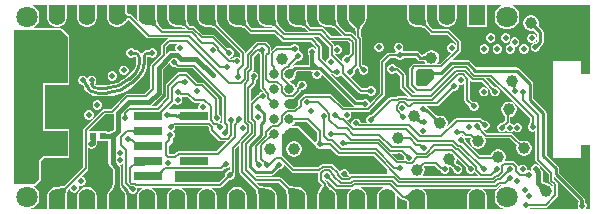
<source format=gbl>
G04*
G04 #@! TF.GenerationSoftware,Altium Limited,Altium Designer,21.6.4 (81)*
G04*
G04 Layer_Physical_Order=4*
G04 Layer_Color=16711680*
%FSLAX44Y44*%
%MOMM*%
G71*
G04*
G04 #@! TF.SameCoordinates,27B0D74A-EB15-4392-BC8F-D98A40C3D817*
G04*
G04*
G04 #@! TF.FilePolarity,Positive*
G04*
G01*
G75*
%ADD11C,0.2500*%
%ADD15C,0.1500*%
%ADD42R,0.5200X0.5500*%
%ADD63C,1.4140*%
%ADD64R,1.4140X1.4140*%
%ADD67C,0.3000*%
%ADD68C,0.2540*%
%ADD70C,0.4000*%
%ADD71C,1.0000*%
%ADD72C,1.8000*%
%ADD73C,0.5000*%
%ADD74C,0.8000*%
%ADD75R,2.4000X0.7600*%
G36*
X596945Y316200D02*
X582805D01*
Y326370D01*
X596945D01*
Y316200D01*
D02*
G37*
G36*
X419145D02*
X405005D01*
Y326370D01*
X419145D01*
Y316200D01*
D02*
G37*
G36*
X368345D02*
X354205D01*
Y326370D01*
X368345D01*
Y316200D01*
D02*
G37*
G36*
X266745D02*
X252605D01*
Y326370D01*
X266745D01*
Y316200D01*
D02*
G37*
G36*
X622345Y316200D02*
X608205D01*
Y326370D01*
X622345D01*
Y316200D01*
D02*
G37*
G36*
X571545D02*
X557405D01*
Y326370D01*
X571545D01*
Y316200D01*
D02*
G37*
G36*
X520745D02*
X506605D01*
Y326370D01*
X520745D01*
Y316200D01*
D02*
G37*
G36*
X495345D02*
X481205D01*
Y326370D01*
X495345D01*
Y316200D01*
D02*
G37*
G36*
X469945D02*
X455805D01*
Y326370D01*
X469945D01*
Y316200D01*
D02*
G37*
G36*
X444545D02*
X430405D01*
Y326370D01*
X444545D01*
Y316200D01*
D02*
G37*
G36*
X393745D02*
X379605D01*
Y326370D01*
X393745D01*
Y316200D01*
D02*
G37*
G36*
X342945D02*
X328805D01*
Y326370D01*
X342945D01*
Y316200D01*
D02*
G37*
G36*
X292145D02*
X278005D01*
Y326370D01*
X292145D01*
Y316200D01*
D02*
G37*
G36*
X327181D02*
X327305Y315901D01*
Y315072D01*
X327889Y312892D01*
X327939Y312805D01*
X322922Y317822D01*
X322178Y318319D01*
X321745Y318405D01*
X321421Y318569D01*
X321049Y318597D01*
X320769Y318659D01*
X320450Y318773D01*
X320091Y318951D01*
X319695Y319198D01*
X319266Y319520D01*
X319168Y319605D01*
Y326370D01*
X327181D01*
Y316200D01*
D02*
G37*
G36*
X317545Y318895D02*
X317703Y318729D01*
X318244Y318257D01*
X318776Y317858D01*
X319299Y317531D01*
X319813Y317277D01*
X320318Y317095D01*
X320813Y316986D01*
X321300Y316950D01*
Y315450D01*
X320813Y315414D01*
X320318Y315305D01*
X319813Y315123D01*
X319299Y314869D01*
X318776Y314542D01*
X318244Y314143D01*
X317703Y313671D01*
X317153Y313126D01*
X316593Y312509D01*
X316024Y311819D01*
X316024Y316200D01*
X303405D01*
Y326370D01*
X317545D01*
Y318895D01*
D02*
G37*
G36*
X571548Y314997D02*
X571745Y312128D01*
X571873Y311347D01*
X572032Y310654D01*
X572221Y310049D01*
X572442Y309531D01*
X572693Y309102D01*
X572976Y308760D01*
X571915Y307699D01*
X571573Y307982D01*
X571144Y308233D01*
X570626Y308454D01*
X570021Y308643D01*
X569328Y308802D01*
X568547Y308930D01*
X566722Y309092D01*
X565678Y309127D01*
X564546Y309130D01*
X571545Y316129D01*
X571548Y314997D01*
D02*
G37*
G36*
X495348D02*
X495545Y312128D01*
X495673Y311347D01*
X495832Y310654D01*
X496021Y310049D01*
X496242Y309531D01*
X496493Y309102D01*
X496776Y308760D01*
X495715Y307699D01*
X495373Y307982D01*
X494944Y308233D01*
X494426Y308454D01*
X493821Y308643D01*
X493128Y308802D01*
X492347Y308930D01*
X490522Y309092D01*
X489478Y309127D01*
X488346Y309130D01*
X495345Y316129D01*
X495348Y314997D01*
D02*
G37*
G36*
X469948D02*
X470145Y312128D01*
X470273Y311347D01*
X470432Y310654D01*
X470621Y310049D01*
X470842Y309531D01*
X471093Y309102D01*
X471376Y308760D01*
X470315Y307699D01*
X469973Y307982D01*
X469544Y308233D01*
X469026Y308454D01*
X468421Y308643D01*
X467728Y308802D01*
X466947Y308930D01*
X465122Y309092D01*
X464078Y309127D01*
X462946Y309130D01*
X469945Y316129D01*
X469948Y314997D01*
D02*
G37*
G36*
X444548D02*
X444745Y312128D01*
X444873Y311347D01*
X445032Y310654D01*
X445221Y310049D01*
X445442Y309531D01*
X445693Y309102D01*
X445976Y308760D01*
X444915Y307699D01*
X444573Y307982D01*
X444144Y308233D01*
X443626Y308454D01*
X443021Y308643D01*
X442328Y308802D01*
X441547Y308930D01*
X439722Y309092D01*
X438678Y309127D01*
X437546Y309130D01*
X444545Y316129D01*
X444548Y314997D01*
D02*
G37*
G36*
X419148D02*
X419345Y312128D01*
X419473Y311347D01*
X419632Y310654D01*
X419821Y310049D01*
X420042Y309531D01*
X420293Y309102D01*
X420576Y308760D01*
X419515Y307699D01*
X419173Y307982D01*
X418744Y308233D01*
X418226Y308454D01*
X417621Y308643D01*
X416928Y308802D01*
X416147Y308930D01*
X414322Y309092D01*
X413278Y309127D01*
X412146Y309130D01*
X419145Y316129D01*
X419148Y314997D01*
D02*
G37*
G36*
X393748D02*
X393945Y312128D01*
X394073Y311347D01*
X394232Y310654D01*
X394421Y310049D01*
X394642Y309531D01*
X394893Y309102D01*
X395176Y308760D01*
X394115Y307699D01*
X393773Y307982D01*
X393344Y308233D01*
X392826Y308454D01*
X392221Y308643D01*
X391528Y308802D01*
X390747Y308930D01*
X388922Y309092D01*
X387878Y309127D01*
X386746Y309130D01*
X393745Y316129D01*
X393748Y314997D01*
D02*
G37*
G36*
X368348D02*
X368545Y312128D01*
X368673Y311347D01*
X368832Y310654D01*
X369021Y310049D01*
X369242Y309531D01*
X369493Y309102D01*
X369776Y308760D01*
X368715Y307699D01*
X368373Y307982D01*
X367944Y308233D01*
X367426Y308454D01*
X366821Y308643D01*
X366128Y308802D01*
X365347Y308930D01*
X363522Y309092D01*
X362478Y309127D01*
X361346Y309130D01*
X368345Y316129D01*
X368348Y314997D01*
D02*
G37*
G36*
X342948D02*
X343145Y312128D01*
X343273Y311347D01*
X343432Y310654D01*
X343621Y310049D01*
X343842Y309531D01*
X344093Y309102D01*
X344376Y308760D01*
X343315Y307699D01*
X342973Y307982D01*
X342544Y308233D01*
X342026Y308454D01*
X341421Y308643D01*
X340728Y308802D01*
X339947Y308930D01*
X338122Y309092D01*
X337078Y309127D01*
X335946Y309130D01*
X342945Y316129D01*
X342948Y314997D01*
D02*
G37*
G36*
X301781Y316200D02*
X301905Y315901D01*
Y315072D01*
X302489Y312892D01*
X303617Y310938D01*
X305213Y309342D01*
X307167Y308214D01*
X309347Y307630D01*
X311603D01*
X313783Y308214D01*
X315737Y309342D01*
X316991Y310596D01*
X317172Y310671D01*
X317204Y310748D01*
X317277Y310786D01*
X317821Y311447D01*
X318326Y312003D01*
X318808Y312481D01*
X319266Y312880D01*
X319695Y313202D01*
X320091Y313449D01*
X320450Y313627D01*
X320582Y313674D01*
X335628Y298628D01*
X336372Y298131D01*
X337250Y297956D01*
X353807D01*
X353372Y297869D01*
X352628Y297372D01*
X352628Y297372D01*
X348378Y293122D01*
X347881Y292378D01*
X347706Y291500D01*
Y284550D01*
X339378Y276222D01*
X338881Y275478D01*
X338706Y274600D01*
Y255750D01*
X334050Y251094D01*
X319050D01*
X318172Y250919D01*
X317428Y250422D01*
X305300Y238294D01*
X299100D01*
X299100Y238294D01*
X298368Y238148D01*
X298222Y238119D01*
X297478Y237622D01*
X282278Y222422D01*
X281781Y221678D01*
X281606Y220800D01*
Y188975D01*
X266228Y173598D01*
X266081Y173553D01*
X265840Y173354D01*
X265612Y173220D01*
X265264Y173072D01*
X264796Y172925D01*
X264215Y172792D01*
X263560Y172685D01*
X260819Y172497D01*
X259740Y172493D01*
X259445Y172370D01*
X258547D01*
X256367Y171786D01*
X254413Y170658D01*
X252817Y169062D01*
X251689Y167108D01*
X251105Y164928D01*
Y164099D01*
X250981Y163800D01*
Y153630D01*
X236882D01*
X238323Y154016D01*
X240717Y155398D01*
X242672Y157353D01*
X244054Y159747D01*
X244770Y162418D01*
Y165182D01*
X244054Y167853D01*
X242672Y170247D01*
X240717Y172202D01*
X239549Y172876D01*
X240000D01*
X241148Y173352D01*
X245748Y177952D01*
X246224Y179100D01*
Y194328D01*
X248272Y196376D01*
X268600D01*
X269748Y196852D01*
X270224Y198000D01*
Y220000D01*
X269748Y221148D01*
X268600Y221624D01*
X249224D01*
Y258376D01*
X268600D01*
X269748Y258852D01*
X270224Y260000D01*
Y299300D01*
X269748Y300448D01*
X264048Y306148D01*
X262900Y306624D01*
X238683D01*
X240717Y307798D01*
X242672Y309753D01*
X244054Y312147D01*
X244770Y314818D01*
Y317582D01*
X244054Y320253D01*
X242672Y322647D01*
X240717Y324602D01*
X238323Y325984D01*
X236882Y326370D01*
X250981D01*
Y316200D01*
X251105Y315901D01*
Y315072D01*
X251689Y312892D01*
X252817Y310938D01*
X254413Y309342D01*
X256367Y308214D01*
X258547Y307630D01*
X260803D01*
X262983Y308214D01*
X264937Y309342D01*
X266533Y310938D01*
X267661Y312892D01*
X268245Y315072D01*
Y315902D01*
X268368Y316200D01*
Y326370D01*
X276381D01*
Y316200D01*
X276505Y315901D01*
Y315072D01*
X277089Y312892D01*
X278217Y310938D01*
X279813Y309342D01*
X281767Y308214D01*
X283947Y307630D01*
X286203D01*
X288383Y308214D01*
X290337Y309342D01*
X291933Y310938D01*
X293061Y312892D01*
X293645Y315072D01*
Y315902D01*
X293769Y316200D01*
Y326370D01*
X301781D01*
Y316200D01*
D02*
G37*
G36*
X428781D02*
X428905Y315901D01*
Y315072D01*
X429489Y312892D01*
X430617Y310938D01*
X432213Y309342D01*
X434167Y308214D01*
X436347Y307630D01*
X437245D01*
X437540Y307507D01*
X438648Y307503D01*
X439623Y307471D01*
X441344Y307318D01*
X442015Y307208D01*
X442596Y307075D01*
X443064Y306928D01*
X443412Y306780D01*
X443640Y306647D01*
X443658Y306632D01*
X424888D01*
X421873Y309646D01*
X421828Y309794D01*
X421628Y310035D01*
X421495Y310263D01*
X421347Y310611D01*
X421200Y311078D01*
X421067Y311659D01*
X420960Y312315D01*
X420772Y315056D01*
X420768Y316134D01*
X420755Y316167D01*
X420769Y316200D01*
Y326370D01*
X428781D01*
Y316200D01*
D02*
G37*
G36*
X711370Y268000D02*
X703500Y268000D01*
X703500Y279000D01*
X679500Y279000D01*
X679500Y197000D01*
X703500Y197000D01*
Y207986D01*
X711370Y208015D01*
Y153630D01*
X707286D01*
X707891Y154234D01*
X708500Y155704D01*
Y157296D01*
X707891Y158766D01*
X707123Y159534D01*
X707106Y159567D01*
X707103Y159580D01*
X707102Y159606D01*
X707096Y159616D01*
X707091Y159643D01*
X707063Y159684D01*
X707056Y159705D01*
X707054Y159708D01*
X707038Y159763D01*
X707024Y159836D01*
X706991Y160175D01*
X706986Y160382D01*
X706931Y160506D01*
X706960Y160639D01*
X706917Y160706D01*
Y160987D01*
X706703Y162060D01*
X706095Y162970D01*
X684654Y184411D01*
Y187850D01*
X684440Y188923D01*
X683833Y189833D01*
X674304Y199361D01*
Y234500D01*
X674090Y235573D01*
X673483Y236483D01*
X663004Y246961D01*
Y259700D01*
X662790Y260773D01*
X662183Y261683D01*
X651183Y272683D01*
X650273Y273290D01*
X649200Y273504D01*
X614864D01*
X609385Y278983D01*
X608475Y279590D01*
X607402Y279804D01*
X593948D01*
X601022Y286878D01*
X601519Y287622D01*
X601548Y287768D01*
X601694Y288500D01*
X601694Y288500D01*
Y294900D01*
X601519Y295778D01*
X601022Y296522D01*
X601022Y296522D01*
X592522Y305022D01*
X591778Y305519D01*
X590900Y305694D01*
X578225D01*
X574273Y309646D01*
X574227Y309794D01*
X574028Y310035D01*
X573895Y310263D01*
X573746Y310611D01*
X573600Y311078D01*
X573467Y311659D01*
X573360Y312315D01*
X573172Y315056D01*
X573168Y316134D01*
X573155Y316167D01*
X573168Y316200D01*
Y326370D01*
X581181D01*
Y316200D01*
X581305Y315901D01*
Y315072D01*
X581889Y312892D01*
X583017Y310938D01*
X584613Y309342D01*
X586567Y308214D01*
X588747Y307630D01*
X591003D01*
X593183Y308214D01*
X595137Y309342D01*
X596733Y310938D01*
X597861Y312892D01*
X598445Y315072D01*
Y315902D01*
X598568Y316200D01*
Y326370D01*
X606581D01*
Y316200D01*
X606705Y315901D01*
Y307630D01*
X623845D01*
Y315902D01*
X623969Y316200D01*
Y326370D01*
X638068D01*
X636627Y325984D01*
X634233Y324602D01*
X632278Y322647D01*
X630896Y320253D01*
X630180Y317582D01*
Y314818D01*
X630896Y312147D01*
X632278Y309753D01*
X634233Y307798D01*
X636627Y306416D01*
X639298Y305700D01*
X642062D01*
X644733Y306416D01*
X647127Y307798D01*
X649082Y309753D01*
X650464Y312147D01*
X651180Y314818D01*
Y317582D01*
X650464Y320253D01*
X649082Y322647D01*
X647127Y324602D01*
X644733Y325984D01*
X643292Y326370D01*
X711370D01*
Y268000D01*
D02*
G37*
G36*
X352581Y316200D02*
X352705Y315901D01*
Y315072D01*
X353289Y312892D01*
X354417Y310938D01*
X356013Y309342D01*
X357967Y308214D01*
X360147Y307630D01*
X361045D01*
X361340Y307507D01*
X362448Y307503D01*
X363423Y307471D01*
X365144Y307318D01*
X365815Y307208D01*
X366396Y307075D01*
X366864Y306928D01*
X367212Y306780D01*
X367440Y306647D01*
X367681Y306448D01*
X367828Y306402D01*
X368687Y305544D01*
X349775D01*
X345673Y309646D01*
X345628Y309794D01*
X345428Y310035D01*
X345295Y310263D01*
X345146Y310611D01*
X345000Y311078D01*
X344867Y311659D01*
X344760Y312315D01*
X344572Y315056D01*
X344568Y316134D01*
X344555Y316167D01*
X344568Y316200D01*
Y326370D01*
X352581D01*
Y316200D01*
D02*
G37*
G36*
X518606Y310972D02*
X516459Y307694D01*
X516114Y307044D01*
X515845Y306463D01*
X515654Y305950D01*
X515539Y305505D01*
X515500Y305128D01*
X514000Y304895D01*
X513956Y305377D01*
X513822Y305875D01*
X513600Y306390D01*
X513288Y306922D01*
X512888Y307470D01*
X512399Y308034D01*
X511820Y308615D01*
X511153Y309212D01*
X509552Y310457D01*
X519334Y311962D01*
X518606Y310972D01*
D02*
G37*
G36*
X454181Y316200D02*
X454305Y315901D01*
Y315072D01*
X454889Y312892D01*
X456017Y310938D01*
X457613Y309342D01*
X459567Y308214D01*
X461747Y307630D01*
X462645D01*
X462940Y307507D01*
X464048Y307503D01*
X465023Y307471D01*
X466744Y307318D01*
X467415Y307208D01*
X467996Y307075D01*
X468464Y306928D01*
X468812Y306780D01*
X469040Y306647D01*
X469281Y306448D01*
X469428Y306402D01*
X472032Y303799D01*
X472039Y303794D01*
X453125D01*
X447273Y309646D01*
X447228Y309794D01*
X447028Y310035D01*
X446895Y310263D01*
X446746Y310611D01*
X446600Y311078D01*
X446467Y311659D01*
X446360Y312315D01*
X446172Y315056D01*
X446168Y316134D01*
X446155Y316167D01*
X446169Y316200D01*
Y326370D01*
X454181D01*
Y316200D01*
D02*
G37*
G36*
X504981D02*
X505105Y315901D01*
Y315072D01*
X505689Y312892D01*
X506817Y310938D01*
X508413Y309342D01*
X508483Y309302D01*
X508555Y309175D01*
X510112Y307965D01*
X510703Y307436D01*
X511209Y306928D01*
X511617Y306457D01*
X511929Y306030D01*
X512149Y305655D01*
X512285Y305341D01*
X512352Y305090D01*
X512383Y304746D01*
X512408Y304699D01*
X512396Y304647D01*
X512456Y304548D01*
Y300148D01*
X510132Y302472D01*
X509388Y302969D01*
X508510Y303144D01*
X504575D01*
X498073Y309646D01*
X498027Y309794D01*
X497828Y310035D01*
X497695Y310263D01*
X497547Y310611D01*
X497400Y311079D01*
X497267Y311660D01*
X497160Y312315D01*
X496972Y315056D01*
X496968Y316134D01*
X496955Y316167D01*
X496968Y316200D01*
Y326370D01*
X504981D01*
Y316200D01*
D02*
G37*
G36*
X479581D02*
X479705Y315901D01*
Y315072D01*
X480289Y312892D01*
X481417Y310938D01*
X483013Y309342D01*
X484967Y308214D01*
X487147Y307630D01*
X488045D01*
X488340Y307507D01*
X489448Y307503D01*
X490423Y307471D01*
X492144Y307318D01*
X492815Y307208D01*
X493396Y307075D01*
X493864Y306929D01*
X494212Y306780D01*
X494440Y306647D01*
X494681Y306448D01*
X494828Y306402D01*
X501087Y300144D01*
X492200D01*
X485301Y307043D01*
X484557Y307541D01*
X483679Y307715D01*
X474604D01*
X472673Y309646D01*
X472627Y309794D01*
X472428Y310035D01*
X472295Y310263D01*
X472146Y310611D01*
X472000Y311078D01*
X471867Y311659D01*
X471760Y312315D01*
X471572Y315056D01*
X471568Y316134D01*
X471555Y316167D01*
X471568Y316200D01*
Y326370D01*
X479581D01*
Y316200D01*
D02*
G37*
G36*
X555781D02*
X555905Y315901D01*
Y315072D01*
X556489Y312892D01*
X557617Y310938D01*
X559213Y309342D01*
X561167Y308214D01*
X563347Y307630D01*
X564245D01*
X564540Y307507D01*
X565648Y307503D01*
X566623Y307471D01*
X568344Y307318D01*
X569015Y307208D01*
X569596Y307075D01*
X570064Y306928D01*
X570412Y306780D01*
X570640Y306647D01*
X570881Y306448D01*
X571028Y306402D01*
X575653Y301778D01*
X576397Y301281D01*
X577275Y301106D01*
X589950D01*
X597106Y293950D01*
Y292551D01*
X596266Y293391D01*
X594796Y294000D01*
X593204D01*
X591734Y293391D01*
X590609Y292266D01*
X590000Y290796D01*
Y289204D01*
X590609Y287734D01*
X591734Y286609D01*
X593204Y286000D01*
X593656D01*
X584200Y276544D01*
X580986D01*
X581951Y277509D01*
X582807Y278991D01*
X583250Y280644D01*
Y282356D01*
X582807Y284009D01*
X581951Y285491D01*
X580741Y286701D01*
X579259Y287557D01*
X577606Y288000D01*
X575894D01*
X574241Y287557D01*
X572759Y286701D01*
X571549Y285491D01*
X571376Y285191D01*
X571272Y285148D01*
X571209Y284997D01*
X571073Y284907D01*
X570977Y284764D01*
X570937Y284720D01*
X570881Y284673D01*
X570799Y284620D01*
X570681Y284563D01*
X570519Y284506D01*
X570311Y284454D01*
X570056Y284412D01*
X569754Y284384D01*
X569363Y284373D01*
X569209Y284304D01*
X568461D01*
X566433Y286333D01*
X565523Y286940D01*
X564450Y287154D01*
X553427D01*
X553273Y287223D01*
X552551Y287244D01*
X552421Y287255D01*
X552152Y287292D01*
X552105Y287302D01*
X552102Y287303D01*
X552097Y287305D01*
X552092Y287306D01*
X552084Y287308D01*
X552031Y287327D01*
X551870Y287322D01*
X551796Y287327D01*
X551575Y287418D01*
X552391Y288234D01*
X553000Y289704D01*
Y291296D01*
X552391Y292766D01*
X551266Y293891D01*
X549796Y294500D01*
X548204D01*
X546734Y293891D01*
X545609Y292766D01*
X545000Y291296D01*
Y289704D01*
X545609Y288234D01*
X546734Y287109D01*
X547525Y286782D01*
X547475Y286732D01*
X547189Y286620D01*
X547028Y286465D01*
X546908Y286363D01*
X546797Y286281D01*
X546695Y286216D01*
X546602Y286168D01*
X546517Y286131D01*
X546439Y286106D01*
X546364Y286089D01*
X546291Y286079D01*
X546142Y286072D01*
X545976Y285994D01*
X540900D01*
X540022Y285819D01*
X539278Y285322D01*
X533578Y279622D01*
X533081Y278878D01*
X532906Y278000D01*
Y251433D01*
X524750Y243277D01*
Y243545D01*
X524141Y245016D01*
X523016Y246141D01*
X521545Y246750D01*
X519954D01*
X518484Y246141D01*
X518304Y245961D01*
X518243Y245944D01*
X518178Y245935D01*
X518175Y245935D01*
X518174Y245934D01*
X518151Y245931D01*
X518115Y245909D01*
X518098Y245905D01*
X518084Y245894D01*
X518061Y245886D01*
X517992Y245867D01*
X517890Y245847D01*
X517776Y245830D01*
X517392Y245802D01*
X517169Y245798D01*
X517009Y245729D01*
X513537D01*
X491580Y267685D01*
X492130Y267576D01*
X492527D01*
X492543Y267562D01*
X492671Y267576D01*
X492758D01*
X492923Y267498D01*
X493070Y267491D01*
X493119Y267483D01*
X493149Y267475D01*
X493170Y267467D01*
X493188Y267457D01*
X493210Y267442D01*
X493240Y267414D01*
X493281Y267369D01*
X493331Y267301D01*
X493423Y267149D01*
X493562Y267048D01*
X493609Y266934D01*
X494734Y265809D01*
X496204Y265200D01*
X497796D01*
X499266Y265809D01*
X500298Y266841D01*
X515260Y251878D01*
X516004Y251381D01*
X516150Y251352D01*
X516882Y251206D01*
X516883Y251206D01*
X521376D01*
X521543Y251128D01*
X521691Y251122D01*
X521764Y251112D01*
X521839Y251094D01*
X521917Y251069D01*
X522002Y251033D01*
X522095Y250984D01*
X522197Y250919D01*
X522308Y250837D01*
X522428Y250735D01*
X522589Y250580D01*
X522875Y250468D01*
X523234Y250109D01*
X524704Y249500D01*
X526296D01*
X527766Y250109D01*
X528891Y251234D01*
X529500Y252705D01*
Y254296D01*
X528891Y255766D01*
X527766Y256891D01*
X526296Y257500D01*
X524704D01*
X523234Y256891D01*
X522875Y256532D01*
X522589Y256420D01*
X522428Y256265D01*
X522308Y256163D01*
X522197Y256081D01*
X522095Y256017D01*
X522002Y255968D01*
X521917Y255931D01*
X521839Y255906D01*
X521764Y255889D01*
X521691Y255879D01*
X521543Y255872D01*
X521376Y255794D01*
X517833D01*
X508127Y265500D01*
X508396D01*
X509866Y266109D01*
X510991Y267234D01*
X511600Y268704D01*
Y269826D01*
X511678Y270111D01*
X511652Y270308D01*
X511647Y270425D01*
X511650Y270522D01*
X511660Y270599D01*
X511674Y270661D01*
X511691Y270711D01*
X511711Y270756D01*
X511737Y270799D01*
X511772Y270846D01*
X511872Y270956D01*
X511904Y271047D01*
X511987Y271098D01*
X512013Y271207D01*
X514030Y273224D01*
X514428Y272628D01*
X514662Y272394D01*
X514724Y272221D01*
X514825Y272111D01*
X514869Y272052D01*
X514910Y271988D01*
X514947Y271915D01*
X514981Y271829D01*
X515013Y271728D01*
X515039Y271611D01*
X515060Y271474D01*
X515073Y271317D01*
X515077Y271094D01*
X515200Y270812D01*
Y270304D01*
X515809Y268834D01*
X516934Y267709D01*
X518404Y267100D01*
X519996D01*
X521466Y267709D01*
X522591Y268834D01*
X523200Y270304D01*
Y271896D01*
X522591Y273366D01*
X521466Y274491D01*
X519996Y275100D01*
X519488D01*
X519206Y275223D01*
X518983Y275227D01*
X518826Y275240D01*
X518689Y275261D01*
X518572Y275287D01*
X518471Y275318D01*
X518386Y275353D01*
X518344Y275374D01*
Y297553D01*
X518344Y297553D01*
X518198Y298285D01*
X518169Y298431D01*
X517672Y299175D01*
X517044Y299803D01*
Y304831D01*
X517116Y304963D01*
X517141Y305218D01*
X517204Y305461D01*
X517345Y305837D01*
X517569Y306323D01*
X517858Y306866D01*
X519940Y310046D01*
X520642Y311000D01*
X520642Y311002D01*
X520644Y311002D01*
X520698Y311224D01*
X521661Y312892D01*
X522245Y315072D01*
Y315902D01*
X522369Y316200D01*
Y326370D01*
X555781D01*
Y316200D01*
D02*
G37*
G36*
X403381Y316200D02*
X403505Y315901D01*
Y315072D01*
X404089Y312892D01*
X405217Y310938D01*
X406813Y309342D01*
X408767Y308214D01*
X410947Y307630D01*
X411845D01*
X412140Y307507D01*
X413248Y307503D01*
X414223Y307471D01*
X415944Y307318D01*
X416615Y307208D01*
X417196Y307075D01*
X417664Y306928D01*
X418012Y306780D01*
X418240Y306647D01*
X418481Y306448D01*
X418628Y306402D01*
X422315Y302715D01*
X422315Y302715D01*
X423060Y302218D01*
X423205Y302189D01*
X423937Y302043D01*
X423938Y302043D01*
X443612D01*
X450078Y295578D01*
X450822Y295081D01*
X451700Y294906D01*
X474350D01*
X479106Y290150D01*
Y289151D01*
X478166Y290091D01*
X476696Y290700D01*
X475104D01*
X473634Y290091D01*
X472509Y288966D01*
X471900Y287496D01*
Y285904D01*
X472509Y284434D01*
X472705Y284238D01*
X472717Y284205D01*
X472719Y284194D01*
X472723Y284170D01*
X472774Y283420D01*
X472776Y283186D01*
X472841Y283033D01*
Y275704D01*
X461600D01*
X460527Y275490D01*
X459617Y274883D01*
X459114Y274380D01*
X458957Y274320D01*
X458686Y274065D01*
X458461Y273878D01*
X458250Y273727D01*
X458053Y273608D01*
X457871Y273519D01*
X457704Y273456D01*
X457562Y273417D01*
X458882Y274737D01*
X458882Y274737D01*
X462606Y278462D01*
X462779Y278524D01*
X462889Y278625D01*
X462948Y278669D01*
X463012Y278710D01*
X463086Y278747D01*
X463171Y278782D01*
X463272Y278813D01*
X463389Y278839D01*
X463526Y278860D01*
X463683Y278873D01*
X463906Y278877D01*
X464188Y279000D01*
X464696D01*
X466166Y279609D01*
X467291Y280734D01*
X467900Y282204D01*
Y283796D01*
X467291Y285266D01*
X466166Y286391D01*
X464696Y287000D01*
X464460D01*
X465000Y288304D01*
Y289896D01*
X464391Y291366D01*
X463266Y292491D01*
X461796Y293100D01*
X460204D01*
X458734Y292491D01*
X458466Y292223D01*
X458206Y292132D01*
X458034Y291979D01*
X457904Y291876D01*
X457781Y291791D01*
X457669Y291724D01*
X457566Y291672D01*
X457472Y291634D01*
X457385Y291607D01*
X457305Y291589D01*
X457227Y291579D01*
X457078Y291572D01*
X456911Y291494D01*
X445900D01*
X445022Y291319D01*
X444278Y290822D01*
X441094Y287638D01*
Y290100D01*
X440919Y290978D01*
X440422Y291722D01*
X437572Y294572D01*
X436828Y295069D01*
X435950Y295244D01*
X429750D01*
X428872Y295069D01*
X428128Y294572D01*
X419378Y285822D01*
X419294Y285697D01*
Y285875D01*
X419119Y286753D01*
X418622Y287497D01*
X396473Y309646D01*
X396427Y309794D01*
X396228Y310035D01*
X396095Y310263D01*
X395947Y310611D01*
X395800Y311078D01*
X395667Y311659D01*
X395560Y312315D01*
X395372Y315056D01*
X395368Y316134D01*
X395355Y316167D01*
X395368Y316200D01*
Y326370D01*
X403381D01*
Y316200D01*
D02*
G37*
G36*
X459146Y287423D02*
X458958Y287618D01*
X458766Y287793D01*
X458570Y287947D01*
X458370Y288080D01*
X458166Y288193D01*
X457958Y288286D01*
X457746Y288358D01*
X457530Y288409D01*
X457310Y288440D01*
X457086Y288450D01*
X457149Y289950D01*
X457369Y289960D01*
X457589Y289989D01*
X457806Y290037D01*
X458022Y290105D01*
X458237Y290193D01*
X458450Y290299D01*
X458661Y290425D01*
X458871Y290571D01*
X459079Y290736D01*
X459286Y290920D01*
X459146Y287423D01*
D02*
G37*
G36*
X431679Y286386D02*
X431473Y286571D01*
X431266Y286737D01*
X431057Y286883D01*
X430846Y287009D01*
X430633Y287116D01*
X430419Y287204D01*
X430203Y287272D01*
X429986Y287320D01*
X429766Y287350D01*
X429546Y287359D01*
X429488Y288859D01*
X429712Y288870D01*
X429933Y288900D01*
X430149Y288951D01*
X430361Y289023D01*
X430569Y289116D01*
X430774Y289228D01*
X430974Y289361D01*
X431171Y289515D01*
X431364Y289689D01*
X431552Y289884D01*
X431679Y286386D01*
D02*
G37*
G36*
X403198Y288627D02*
X403374Y288493D01*
X403563Y288375D01*
X403764Y288273D01*
X403977Y288187D01*
X404202Y288118D01*
X404440Y288064D01*
X404689Y288027D01*
X404951Y288005D01*
X405225Y288000D01*
X402750Y285525D01*
X402745Y285799D01*
X402724Y286061D01*
X402686Y286310D01*
X402632Y286548D01*
X402563Y286773D01*
X402477Y286986D01*
X402375Y287187D01*
X402257Y287376D01*
X402123Y287552D01*
X401973Y287717D01*
X403033Y288777D01*
X403198Y288627D01*
D02*
G37*
G36*
X361734Y293141D02*
X360609Y292016D01*
X360000Y290546D01*
Y288954D01*
X360574Y287569D01*
X356515D01*
X355149Y287297D01*
X353991Y286523D01*
X352294Y284826D01*
Y290550D01*
X355200Y293456D01*
X362495D01*
X361734Y293141D01*
D02*
G37*
G36*
X507756Y294117D02*
Y285750D01*
X506294Y284288D01*
X506121Y284226D01*
X506011Y284125D01*
X505952Y284081D01*
X505888Y284040D01*
X505815Y284003D01*
X505729Y283969D01*
X505628Y283937D01*
X505511Y283911D01*
X505374Y283890D01*
X505217Y283878D01*
X504994Y283873D01*
X504712Y283750D01*
X504204D01*
X502734Y283141D01*
X501609Y282016D01*
X501000Y280546D01*
Y278954D01*
X501419Y277943D01*
X494544Y284818D01*
Y285299D01*
X494734Y285109D01*
X496204Y284500D01*
X497796D01*
X499266Y285109D01*
X500391Y286234D01*
X501000Y287704D01*
Y289296D01*
X500391Y290766D01*
X499266Y291891D01*
X497796Y292500D01*
X496204D01*
X494734Y291891D01*
X494544Y291701D01*
Y291967D01*
X494369Y292845D01*
X493872Y293589D01*
X491905Y295556D01*
X506317D01*
X507756Y294117D01*
D02*
G37*
G36*
X435180Y286413D02*
X434892Y285966D01*
X434775Y285744D01*
X434675Y285523D01*
X434594Y285303D01*
X434531Y285084D01*
X434486Y284865D01*
X434459Y284648D01*
X434450Y284431D01*
X432950Y284241D01*
X432939Y284468D01*
X432907Y284689D01*
X432853Y284903D01*
X432778Y285110D01*
X432682Y285311D01*
X432564Y285506D01*
X432424Y285693D01*
X432263Y285875D01*
X432081Y286049D01*
X431877Y286218D01*
X435352Y286638D01*
X435180Y286413D01*
D02*
G37*
G36*
X477603Y284853D02*
X477560Y284768D01*
X477523Y284657D01*
X477490Y284523D01*
X477463Y284363D01*
X477422Y283972D01*
X477402Y283482D01*
X477400Y283200D01*
X474400D01*
X474398Y283482D01*
X474338Y284363D01*
X474310Y284523D01*
X474277Y284657D01*
X474240Y284768D01*
X474198Y284853D01*
X474150Y284915D01*
X477650D01*
X477603Y284853D01*
D02*
G37*
G36*
X548315Y284538D02*
X549217Y284584D01*
Y282815D01*
X549166Y282841D01*
X549069Y282864D01*
X548925Y282884D01*
X548495Y282916D01*
X548315Y282920D01*
Y281950D01*
X548117Y282140D01*
X547917Y282310D01*
X547714Y282460D01*
X547508Y282590D01*
X547300Y282700D01*
X547088Y282790D01*
X546874Y282860D01*
X546657Y282910D01*
X546438Y282940D01*
X546215Y282950D01*
Y284450D01*
X546438Y284460D01*
X546657Y284490D01*
X546874Y284540D01*
X547088Y284610D01*
X547300Y284700D01*
X547508Y284810D01*
X547714Y284940D01*
X547917Y285090D01*
X548117Y285260D01*
X548315Y285450D01*
Y284538D01*
D02*
G37*
G36*
X551465Y285806D02*
X551581Y285763D01*
X551717Y285725D01*
X551873Y285692D01*
X552244Y285641D01*
X552459Y285623D01*
X553225Y285600D01*
X554027Y283100D01*
X553758Y283094D01*
X553283Y283044D01*
X553077Y283000D01*
X552892Y282944D01*
X552728Y282875D01*
X552584Y282793D01*
X552462Y282700D01*
X552360Y282593D01*
X552279Y282474D01*
X551369Y285854D01*
X551465Y285806D01*
D02*
G37*
G36*
X377981Y316200D02*
X378105Y315901D01*
Y315072D01*
X378689Y312892D01*
X379817Y310938D01*
X381413Y309342D01*
X383367Y308214D01*
X385547Y307630D01*
X386445D01*
X386740Y307507D01*
X387848Y307503D01*
X388823Y307471D01*
X390544Y307318D01*
X391215Y307208D01*
X391796Y307075D01*
X392264Y306928D01*
X392612Y306780D01*
X392840Y306647D01*
X393081Y306448D01*
X393228Y306402D01*
X414706Y284925D01*
Y281201D01*
X414016Y281891D01*
X412546Y282500D01*
X410954D01*
X409484Y281891D01*
X409155Y281562D01*
X408876Y281457D01*
X408712Y281302D01*
X408588Y281200D01*
X408474Y281117D01*
X408368Y281052D01*
X408272Y281001D01*
X408184Y280965D01*
X408103Y280939D01*
X408027Y280921D01*
X407952Y280911D01*
X407803Y280904D01*
X407637Y280826D01*
X406450D01*
X405777Y281500D01*
X406046D01*
X407516Y282109D01*
X408641Y283234D01*
X409250Y284704D01*
Y286296D01*
X408641Y287766D01*
X407516Y288891D01*
X406046Y289500D01*
X405538D01*
X405256Y289623D01*
X405033Y289627D01*
X404876Y289640D01*
X404739Y289661D01*
X404622Y289687D01*
X404521Y289718D01*
X404436Y289753D01*
X404362Y289790D01*
X404297Y289830D01*
X404239Y289875D01*
X404129Y289976D01*
X403956Y290038D01*
X393622Y300372D01*
X392878Y300869D01*
X392000Y301044D01*
X383443D01*
X376615Y307872D01*
X375871Y308369D01*
X374993Y308544D01*
X372175D01*
X371073Y309646D01*
X371027Y309794D01*
X370828Y310035D01*
X370695Y310263D01*
X370546Y310611D01*
X370400Y311078D01*
X370267Y311659D01*
X370160Y312315D01*
X369972Y315056D01*
X369968Y316134D01*
X369955Y316167D01*
X369968Y316200D01*
Y326370D01*
X377981D01*
Y316200D01*
D02*
G37*
G36*
X508277Y281967D02*
X508127Y281802D01*
X507993Y281626D01*
X507875Y281437D01*
X507773Y281236D01*
X507687Y281023D01*
X507618Y280798D01*
X507564Y280560D01*
X507527Y280311D01*
X507505Y280049D01*
X507500Y279775D01*
X505025Y282250D01*
X505299Y282255D01*
X505561Y282276D01*
X505810Y282314D01*
X506048Y282368D01*
X506273Y282437D01*
X506486Y282523D01*
X506687Y282625D01*
X506876Y282743D01*
X507052Y282877D01*
X507217Y283027D01*
X508277Y281967D01*
D02*
G37*
G36*
X463875Y280500D02*
X463601Y280495D01*
X463339Y280473D01*
X463090Y280436D01*
X462852Y280382D01*
X462627Y280313D01*
X462414Y280227D01*
X462213Y280125D01*
X462024Y280007D01*
X461848Y279873D01*
X461683Y279723D01*
X460623Y280783D01*
X460773Y280948D01*
X460907Y281124D01*
X461025Y281313D01*
X461127Y281514D01*
X461213Y281727D01*
X461283Y281952D01*
X461336Y282190D01*
X461373Y282439D01*
X461395Y282701D01*
X461400Y282975D01*
X463875Y280500D01*
D02*
G37*
G36*
X565317Y279517D02*
X566227Y278910D01*
X567300Y278696D01*
X569209D01*
X569363Y278627D01*
X569754Y278616D01*
X570056Y278588D01*
X570311Y278547D01*
X570519Y278494D01*
X570681Y278437D01*
X570799Y278380D01*
X570881Y278327D01*
X570937Y278280D01*
X570977Y278236D01*
X571073Y278093D01*
X571209Y278003D01*
X571272Y277852D01*
X571376Y277809D01*
X571549Y277509D01*
X572514Y276544D01*
X562050D01*
X561172Y276369D01*
X560428Y275872D01*
X558378Y273822D01*
X557881Y273078D01*
X557706Y272200D01*
Y258700D01*
X557881Y257822D01*
X558378Y257078D01*
X563146Y252310D01*
X563890Y251812D01*
X564036Y251784D01*
X564768Y251638D01*
X564768Y251638D01*
X575294D01*
X575050Y251394D01*
X561150D01*
X554894Y257650D01*
Y267000D01*
X554894Y267000D01*
X554748Y267732D01*
X554719Y267878D01*
X554222Y268622D01*
X554222Y268622D01*
X549542Y273303D01*
X548797Y273800D01*
X547919Y273975D01*
X547792D01*
X547680Y274039D01*
X547607Y274020D01*
X547539Y274052D01*
X547392Y274059D01*
X547331Y274068D01*
X547278Y274082D01*
X547227Y274100D01*
X547173Y274126D01*
X547113Y274163D01*
X547045Y274214D01*
X546968Y274283D01*
X546882Y274374D01*
X546754Y274531D01*
X546474Y274683D01*
X545766Y275391D01*
X544296Y276000D01*
X542704D01*
X541234Y275391D01*
X540109Y274266D01*
X539500Y272796D01*
Y271204D01*
X540109Y269734D01*
X541234Y268609D01*
X542704Y268000D01*
X544296D01*
X545766Y268609D01*
X545851Y268694D01*
X546022Y268738D01*
X546216Y268883D01*
X546371Y268988D01*
X546516Y269075D01*
X546651Y269145D01*
X546776Y269201D01*
X546890Y269242D01*
X546994Y269272D01*
X547069Y269287D01*
X550306Y266050D01*
Y256700D01*
X550481Y255822D01*
X550978Y255078D01*
X557662Y248394D01*
X556699D01*
X555988Y248869D01*
X555110Y249044D01*
X548690D01*
X547812Y248869D01*
X547100Y248394D01*
X542350D01*
X541472Y248219D01*
X540728Y247722D01*
X526794Y233788D01*
X526621Y233726D01*
X526511Y233625D01*
X526452Y233580D01*
X526388Y233540D01*
X526315Y233503D01*
X526229Y233468D01*
X526128Y233437D01*
X526011Y233411D01*
X525874Y233390D01*
X525717Y233377D01*
X525494Y233373D01*
X525212Y233250D01*
X524704D01*
X523234Y232641D01*
X522109Y231516D01*
X521500Y230046D01*
Y228454D01*
X522109Y226984D01*
X522399Y226694D01*
X517000D01*
Y226796D01*
X516391Y228266D01*
X515266Y229391D01*
X513796Y230000D01*
X512205D01*
X510734Y229391D01*
X509609Y228266D01*
X509000Y226796D01*
Y225527D01*
X505527Y229000D01*
X505796D01*
X507266Y229609D01*
X508391Y230734D01*
X509000Y232204D01*
Y233795D01*
X508391Y235266D01*
X507951Y235706D01*
X522717D01*
X523595Y235880D01*
X524339Y236378D01*
X536822Y248860D01*
X537319Y249605D01*
X537494Y250483D01*
Y277050D01*
X541850Y281406D01*
X545976D01*
X546142Y281328D01*
X546291Y281321D01*
X546364Y281311D01*
X546439Y281294D01*
X546517Y281269D01*
X546602Y281232D01*
X546695Y281183D01*
X546797Y281119D01*
X546908Y281037D01*
X547028Y280935D01*
X547189Y280780D01*
X547475Y280668D01*
X547834Y280309D01*
X549304Y279700D01*
X550896D01*
X552366Y280309D01*
X553483Y281426D01*
X553538Y281438D01*
X553862Y281472D01*
X554065Y281477D01*
X554222Y281546D01*
X563289D01*
X565317Y279517D01*
D02*
G37*
G36*
X572420Y279000D02*
X572260Y279237D01*
X572068Y279450D01*
X571846Y279638D01*
X571592Y279800D01*
X571306Y279937D01*
X570989Y280050D01*
X570641Y280138D01*
X570262Y280200D01*
X569851Y280238D01*
X569409Y280250D01*
Y282750D01*
X569851Y282763D01*
X570262Y282800D01*
X570641Y282862D01*
X570989Y282950D01*
X571306Y283062D01*
X571592Y283200D01*
X571846Y283363D01*
X572068Y283550D01*
X572260Y283762D01*
X572420Y284000D01*
Y279000D01*
D02*
G37*
G36*
X489956Y291017D02*
Y283867D01*
X490131Y282990D01*
X490628Y282245D01*
X490973Y281900D01*
X490704D01*
X489234Y281291D01*
X488109Y280166D01*
X487500Y278696D01*
Y277744D01*
X483694Y281550D01*
Y291100D01*
X483519Y291978D01*
X483022Y292722D01*
X476922Y298822D01*
X476348Y299206D01*
X481767D01*
X489956Y291017D01*
D02*
G37*
G36*
X409942Y276773D02*
X409748Y276965D01*
X409550Y277137D01*
X409350Y277288D01*
X409146Y277419D01*
X408938Y277530D01*
X408728Y277621D01*
X408515Y277692D01*
X408298Y277742D01*
X408078Y277772D01*
X407855Y277782D01*
X407876Y279282D01*
X408097Y279292D01*
X408317Y279322D01*
X408534Y279372D01*
X408749Y279441D01*
X408961Y279530D01*
X409171Y279639D01*
X409379Y279768D01*
X409584Y279916D01*
X409787Y280085D01*
X409987Y280273D01*
X409942Y276773D01*
D02*
G37*
G36*
X361505Y277701D02*
X361526Y277439D01*
X361564Y277190D01*
X361618Y276952D01*
X361687Y276727D01*
X361773Y276514D01*
X361875Y276313D01*
X361993Y276124D01*
X362127Y275948D01*
X362277Y275783D01*
X361217Y274723D01*
X361052Y274873D01*
X360876Y275007D01*
X360687Y275125D01*
X360486Y275227D01*
X360273Y275313D01*
X360048Y275382D01*
X359810Y275436D01*
X359561Y275473D01*
X359299Y275495D01*
X359025Y275500D01*
X361500Y277975D01*
X361505Y277701D01*
D02*
G37*
G36*
X402215Y272050D02*
X402017Y272240D01*
X401817Y272410D01*
X401614Y272560D01*
X401408Y272690D01*
X401200Y272800D01*
X400988Y272890D01*
X400774Y272960D01*
X400557Y273010D01*
X400338Y273040D01*
X400115Y273050D01*
Y274550D01*
X400338Y274560D01*
X400557Y274590D01*
X400774Y274640D01*
X400988Y274710D01*
X401200Y274800D01*
X401408Y274910D01*
X401614Y275040D01*
X401817Y275190D01*
X402017Y275360D01*
X402215Y275550D01*
Y272050D01*
D02*
G37*
G36*
X461838Y271371D02*
X461548Y271062D01*
X461291Y270753D01*
X461069Y270443D01*
X460882Y270131D01*
X460728Y269819D01*
X460609Y269505D01*
X460524Y269190D01*
X460474Y268875D01*
X460458Y268558D01*
X460476Y268240D01*
X456940Y271776D01*
X457258Y271758D01*
X457575Y271774D01*
X457890Y271824D01*
X458205Y271909D01*
X458519Y272028D01*
X458831Y272182D01*
X459142Y272369D01*
X459453Y272591D01*
X459762Y272848D01*
X460071Y273139D01*
X461838Y271371D01*
D02*
G37*
G36*
X481400Y274100D02*
Y271700D01*
X481300Y271600D01*
X476654D01*
X476629Y271610D01*
X476605Y271600D01*
X475380D01*
X475046Y271667D01*
X474897Y271637D01*
X474696Y271720D01*
X470400D01*
Y274080D01*
X472841D01*
X473989Y274556D01*
X474465Y275704D01*
Y278100D01*
X477400D01*
X481400Y274100D01*
D02*
G37*
G36*
X444277Y273000D02*
X444301Y272752D01*
X444339Y272526D01*
X444393Y272324D01*
X444462Y272146D01*
X444546Y271991D01*
X444646Y271859D01*
X444761Y271751D01*
X444891Y271666D01*
X445037Y271604D01*
X442044Y271394D01*
X442182Y271476D01*
X442305Y271578D01*
X442414Y271702D01*
X442509Y271848D01*
X442588Y272014D01*
X442654Y272202D01*
X442705Y272411D01*
X442741Y272641D01*
X442763Y272892D01*
X442770Y273165D01*
X444270Y273272D01*
X444277Y273000D01*
D02*
G37*
G36*
X517148Y274227D02*
X517324Y274093D01*
X517513Y273975D01*
X517714Y273873D01*
X517927Y273787D01*
X518152Y273717D01*
X518390Y273664D01*
X518639Y273626D01*
X518901Y273605D01*
X519175Y273600D01*
X516700Y271125D01*
X516695Y271399D01*
X516674Y271661D01*
X516636Y271910D01*
X516582Y272148D01*
X516513Y272373D01*
X516427Y272586D01*
X516325Y272787D01*
X516207Y272976D01*
X516073Y273152D01*
X515923Y273317D01*
X516983Y274377D01*
X517148Y274227D01*
D02*
G37*
G36*
X545661Y273303D02*
X545834Y273120D01*
X546013Y272958D01*
X546200Y272818D01*
X546393Y272700D01*
X546594Y272603D01*
X546801Y272528D01*
X547015Y272474D01*
X547235Y272441D01*
X547463Y272431D01*
X547260Y270931D01*
X547044Y270922D01*
X546827Y270895D01*
X546608Y270850D01*
X546389Y270788D01*
X546168Y270707D01*
X545946Y270609D01*
X545723Y270492D01*
X545499Y270358D01*
X545274Y270206D01*
X545047Y270036D01*
X545494Y273508D01*
X545661Y273303D01*
D02*
G37*
G36*
X510670Y272048D02*
X510517Y271879D01*
X510383Y271700D01*
X510271Y271510D01*
X510180Y271311D01*
X510109Y271102D01*
X510059Y270883D01*
X510030Y270653D01*
X510022Y270414D01*
X510034Y270165D01*
X510067Y269905D01*
X507244Y271975D01*
X507525Y272021D01*
X508046Y272148D01*
X508285Y272228D01*
X508512Y272318D01*
X508724Y272420D01*
X508923Y272533D01*
X509108Y272657D01*
X509280Y272791D01*
X509438Y272937D01*
X510670Y272048D01*
D02*
G37*
G36*
X494811Y267992D02*
X494681Y268206D01*
X494540Y268398D01*
X494387Y268567D01*
X494223Y268714D01*
X494048Y268838D01*
X493861Y268939D01*
X493663Y269018D01*
X493454Y269075D01*
X493233Y269108D01*
X493001Y269120D01*
X493442Y270620D01*
X493649Y270627D01*
X493860Y270649D01*
X494078Y270687D01*
X494300Y270739D01*
X494528Y270806D01*
X495000Y270984D01*
X495244Y271096D01*
X495749Y271364D01*
X494811Y267992D01*
D02*
G37*
G36*
X413960Y268662D02*
X413990Y268443D01*
X414040Y268226D01*
X414110Y268012D01*
X414200Y267800D01*
X414310Y267592D01*
X414440Y267386D01*
X414590Y267183D01*
X414760Y266983D01*
X414950Y266785D01*
X411450D01*
X411640Y266983D01*
X411810Y267183D01*
X411960Y267386D01*
X412090Y267592D01*
X412200Y267800D01*
X412290Y268012D01*
X412360Y268226D01*
X412410Y268443D01*
X412440Y268662D01*
X412450Y268885D01*
X413950D01*
X413960Y268662D01*
D02*
G37*
G36*
X427458Y263561D02*
X427244Y263431D01*
X427052Y263290D01*
X426883Y263137D01*
X426736Y262973D01*
X426612Y262798D01*
X426511Y262611D01*
X426432Y262413D01*
X426375Y262204D01*
X426342Y261983D01*
X426330Y261751D01*
X424830Y262192D01*
X424823Y262399D01*
X424800Y262610D01*
X424763Y262828D01*
X424711Y263050D01*
X424644Y263278D01*
X424465Y263750D01*
X424354Y263994D01*
X424086Y264499D01*
X427458Y263561D01*
D02*
G37*
G36*
X366215Y259250D02*
X366017Y259440D01*
X365817Y259610D01*
X365614Y259760D01*
X365408Y259890D01*
X365200Y260000D01*
X364988Y260090D01*
X364774Y260160D01*
X364557Y260210D01*
X364338Y260240D01*
X364115Y260250D01*
Y261750D01*
X364338Y261760D01*
X364557Y261790D01*
X364774Y261840D01*
X364988Y261910D01*
X365200Y262000D01*
X365408Y262110D01*
X365614Y262240D01*
X365817Y262390D01*
X366017Y262560D01*
X366215Y262750D01*
Y259250D01*
D02*
G37*
G36*
X455707Y260357D02*
X456889Y259310D01*
X457064Y259186D01*
X457219Y259090D01*
X457352Y259021D01*
X457466Y258982D01*
X454495Y258561D01*
X454034Y259906D01*
X455409Y260652D01*
X455707Y260357D01*
D02*
G37*
G36*
X578500Y270250D02*
Y263700D01*
X572300Y257500D01*
X565750D01*
X563500Y259750D01*
Y270250D01*
X565206Y271956D01*
X576794D01*
X578500Y270250D01*
D02*
G37*
G36*
X467237Y255787D02*
X466963Y255782D01*
X466701Y255760D01*
X466451Y255723D01*
X466214Y255669D01*
X465989Y255600D01*
X465776Y255514D01*
X465575Y255412D01*
X465386Y255294D01*
X465210Y255160D01*
X465045Y255010D01*
X463984Y256070D01*
X464135Y256235D01*
X464269Y256411D01*
X464387Y256600D01*
X464489Y256801D01*
X464575Y257014D01*
X464644Y257239D01*
X464698Y257477D01*
X464735Y257726D01*
X464757Y257988D01*
X464762Y258262D01*
X467237Y255787D01*
D02*
G37*
G36*
X648107Y257380D02*
X648006Y257262D01*
X647917Y257125D01*
X647840Y256967D01*
X647775Y256789D01*
X647721Y256592D01*
X647707Y256517D01*
X647728Y256438D01*
X647807Y256242D01*
X647909Y256057D01*
X648034Y255885D01*
X648181Y255725D01*
X648351Y255576D01*
X648543Y255440D01*
X648758Y255315D01*
X645408Y254302D01*
X645545Y254561D01*
X645775Y255061D01*
X645868Y255302D01*
X646012Y255765D01*
X646039Y255886D01*
X646007Y255998D01*
X645940Y256156D01*
X645859Y256283D01*
X645762Y256382D01*
X645651Y256451D01*
X645524Y256491D01*
X645383Y256502D01*
X648220Y257478D01*
X648107Y257380D01*
D02*
G37*
G36*
X595975Y255000D02*
X595701Y254995D01*
X595439Y254974D01*
X595190Y254936D01*
X594952Y254882D01*
X594727Y254813D01*
X594514Y254727D01*
X594313Y254625D01*
X594124Y254507D01*
X593948Y254373D01*
X593783Y254223D01*
X592723Y255283D01*
X592873Y255448D01*
X593007Y255624D01*
X593125Y255813D01*
X593227Y256014D01*
X593313Y256227D01*
X593382Y256452D01*
X593436Y256690D01*
X593474Y256939D01*
X593495Y257201D01*
X593500Y257475D01*
X595975Y255000D01*
D02*
G37*
G36*
X628448Y256127D02*
X628624Y255993D01*
X628813Y255875D01*
X629014Y255773D01*
X629227Y255688D01*
X629452Y255618D01*
X629690Y255564D01*
X629939Y255527D01*
X630201Y255505D01*
X630475Y255500D01*
X628000Y253025D01*
X627995Y253299D01*
X627974Y253561D01*
X627936Y253811D01*
X627883Y254048D01*
X627813Y254273D01*
X627727Y254486D01*
X627625Y254687D01*
X627507Y254876D01*
X627373Y255053D01*
X627223Y255217D01*
X628284Y256278D01*
X628448Y256127D01*
D02*
G37*
G36*
X523715Y251750D02*
X523517Y251940D01*
X523317Y252110D01*
X523114Y252260D01*
X522908Y252390D01*
X522700Y252500D01*
X522488Y252590D01*
X522274Y252660D01*
X522057Y252710D01*
X521838Y252740D01*
X521615Y252750D01*
Y254250D01*
X521838Y254260D01*
X522057Y254290D01*
X522274Y254340D01*
X522488Y254410D01*
X522700Y254500D01*
X522908Y254610D01*
X523114Y254740D01*
X523317Y254890D01*
X523517Y255060D01*
X523715Y255250D01*
Y251750D01*
D02*
G37*
G36*
X364260Y252904D02*
X364289Y252790D01*
X364337Y252667D01*
X364404Y252534D01*
X364490Y252393D01*
X364595Y252243D01*
X364863Y251915D01*
X365026Y251737D01*
X365207Y251551D01*
X364146Y250490D01*
X364019Y250610D01*
X363896Y250711D01*
X363775Y250793D01*
X363659Y250858D01*
X363546Y250903D01*
X363436Y250930D01*
X363330Y250939D01*
X363227Y250929D01*
X363128Y250901D01*
X363032Y250854D01*
X364250Y253009D01*
X364260Y252904D01*
D02*
G37*
G36*
X655810Y251017D02*
X655640Y250817D01*
X655490Y250614D01*
X655360Y250408D01*
X655250Y250200D01*
X655160Y249988D01*
X655090Y249774D01*
X655040Y249557D01*
X655010Y249338D01*
X655000Y249115D01*
X653500D01*
X653490Y249338D01*
X653460Y249557D01*
X653410Y249774D01*
X653340Y249988D01*
X653250Y250200D01*
X653140Y250408D01*
X653010Y250614D01*
X652860Y250817D01*
X652690Y251017D01*
X652500Y251215D01*
X656000D01*
X655810Y251017D01*
D02*
G37*
G36*
X643269Y247469D02*
X643322Y247434D01*
X660006Y230750D01*
Y227124D01*
X659928Y226958D01*
X659921Y226809D01*
X659911Y226736D01*
X659894Y226661D01*
X659869Y226583D01*
X659833Y226498D01*
X659783Y226405D01*
X659719Y226303D01*
X659637Y226192D01*
X659535Y226072D01*
X659380Y225911D01*
X659268Y225625D01*
X658909Y225266D01*
X658300Y223796D01*
Y222204D01*
X658909Y220734D01*
X660034Y219609D01*
X661504Y219000D01*
X663096D01*
X664566Y219609D01*
X664756Y219799D01*
Y195168D01*
X664931Y194290D01*
X665428Y193545D01*
X676056Y182917D01*
Y177650D01*
X676231Y176772D01*
X676728Y176028D01*
X679306Y173450D01*
Y172810D01*
X679201Y172991D01*
X677991Y174202D01*
X676509Y175057D01*
X675194Y175410D01*
X674965Y175553D01*
X674366Y175653D01*
X673838Y175773D01*
X673337Y175918D01*
X672863Y176089D01*
X672413Y176283D01*
X671988Y176502D01*
X671584Y176746D01*
X671202Y177015D01*
X670839Y177310D01*
X670769Y177376D01*
Y184829D01*
X670497Y186195D01*
X669723Y187353D01*
X669000Y188076D01*
Y188096D01*
X668391Y189566D01*
X667266Y190691D01*
X665796Y191300D01*
X664204D01*
X662734Y190691D01*
X661609Y189566D01*
X661000Y188096D01*
Y186504D01*
X661260Y185876D01*
X659996Y186400D01*
X658404D01*
X658000Y186233D01*
Y187796D01*
X657391Y189266D01*
X656266Y190391D01*
X654796Y191000D01*
X653205D01*
X651734Y190391D01*
X650636Y189292D01*
X650548Y189732D01*
X650519Y189878D01*
X650022Y190622D01*
X650022Y190622D01*
X647272Y193372D01*
X646528Y193869D01*
X645650Y194044D01*
X638637D01*
X639357Y195291D01*
X639800Y196944D01*
Y198656D01*
X639357Y200309D01*
X638501Y201791D01*
X637291Y203001D01*
X635809Y203857D01*
X634156Y204300D01*
X632444D01*
X630791Y203857D01*
X629309Y203001D01*
X628099Y201791D01*
X627243Y200309D01*
X626886Y198976D01*
X626775Y198973D01*
X626608Y198898D01*
X626426Y198925D01*
X626384Y198894D01*
X617850D01*
X606038Y210706D01*
X605976Y210879D01*
X605875Y210989D01*
X605830Y211048D01*
X605790Y211112D01*
X605753Y211186D01*
X605718Y211271D01*
X605687Y211372D01*
X605661Y211489D01*
X605640Y211626D01*
X605627Y211783D01*
X605623Y212006D01*
X605500Y212288D01*
Y212796D01*
X604891Y214266D01*
X603766Y215391D01*
X602296Y216000D01*
X601458D01*
X601510Y216066D01*
X601592Y216154D01*
X601666Y216222D01*
X601731Y216272D01*
X601787Y216307D01*
X601838Y216332D01*
X601887Y216349D01*
X601938Y216362D01*
X601997Y216371D01*
X602145Y216378D01*
X602223Y216415D01*
X602306Y216394D01*
X602410Y216456D01*
X602733D01*
X604711Y214478D01*
X605455Y213981D01*
X606333Y213806D01*
X609576D01*
X609606Y213727D01*
X609762Y213562D01*
X609856Y213451D01*
X609908Y213379D01*
X609500Y211856D01*
Y210145D01*
X609943Y208491D01*
X610798Y207009D01*
X612009Y205799D01*
X613491Y204943D01*
X615144Y204500D01*
X616855D01*
X618509Y204943D01*
X619991Y205799D01*
X621201Y207009D01*
X622057Y208491D01*
X622500Y210145D01*
Y211856D01*
X622067Y213472D01*
X622168Y213452D01*
X622900Y213306D01*
X622900Y213306D01*
X643450D01*
X648665Y208090D01*
X648735Y207910D01*
X648889Y207746D01*
X648981Y207637D01*
X649001Y207609D01*
X648943Y207509D01*
X648500Y205856D01*
Y204144D01*
X648943Y202491D01*
X649799Y201009D01*
X651009Y199799D01*
X652491Y198943D01*
X654144Y198500D01*
X655856D01*
X657509Y198943D01*
X658991Y199799D01*
X660201Y201009D01*
X661057Y202491D01*
X661500Y204144D01*
Y205856D01*
X661057Y207509D01*
X660201Y208991D01*
X658991Y210201D01*
X657509Y211057D01*
X655856Y211500D01*
X654144D01*
X652491Y211057D01*
X652391Y210999D01*
X652363Y211020D01*
X652254Y211111D01*
X652091Y211265D01*
X651910Y211335D01*
X646022Y217222D01*
X645278Y217719D01*
X644400Y217894D01*
X623850D01*
X621444Y220300D01*
X622696D01*
X624166Y220909D01*
X625291Y222034D01*
X625900Y223504D01*
Y225096D01*
X625291Y226566D01*
X624166Y227691D01*
X622696Y228300D01*
X622188D01*
X621906Y228423D01*
X621683Y228428D01*
X621526Y228440D01*
X621389Y228461D01*
X621272Y228487D01*
X621171Y228518D01*
X621086Y228553D01*
X621012Y228590D01*
X620948Y228631D01*
X620889Y228675D01*
X620779Y228776D01*
X620606Y228838D01*
X619622Y229822D01*
X618878Y230319D01*
X618000Y230494D01*
X598000D01*
X597122Y230319D01*
X596378Y229822D01*
X590061Y223505D01*
X590500Y225145D01*
Y226856D01*
X590057Y228509D01*
X589201Y229992D01*
X587991Y231202D01*
X586509Y232057D01*
X584856Y232500D01*
X583144D01*
X582854Y232423D01*
X582751Y232465D01*
X582606Y232406D01*
X582453Y232438D01*
X582276Y232405D01*
X582207Y232402D01*
X582126Y232409D01*
X582022Y232432D01*
X581890Y232479D01*
X581729Y232556D01*
X581539Y232669D01*
X581324Y232824D01*
X581086Y233021D01*
X580797Y233294D01*
X580640Y233354D01*
X574218Y239776D01*
X573302Y240389D01*
X572912Y240466D01*
X572891Y240516D01*
X572701Y240706D01*
X581500D01*
X582378Y240881D01*
X583122Y241378D01*
X594706Y252962D01*
X594879Y253024D01*
X594989Y253125D01*
X595048Y253169D01*
X595112Y253210D01*
X595186Y253247D01*
X595271Y253281D01*
X595372Y253313D01*
X595489Y253339D01*
X595626Y253360D01*
X595783Y253372D01*
X596006Y253377D01*
X596288Y253500D01*
X596796D01*
X598266Y254109D01*
X599391Y255234D01*
X600000Y256704D01*
Y258296D01*
X599627Y259196D01*
X600704Y258750D01*
X602296D01*
X603766Y259359D01*
X604706Y260299D01*
Y246100D01*
X604881Y245222D01*
X605378Y244478D01*
X608700Y241156D01*
Y239604D01*
X609309Y238134D01*
X610434Y237009D01*
X611904Y236400D01*
X613496D01*
X614966Y237009D01*
X616091Y238134D01*
X616700Y239604D01*
Y241196D01*
X616091Y242666D01*
X614966Y243791D01*
X613496Y244400D01*
X611944D01*
X609294Y247050D01*
Y262672D01*
X610088Y261878D01*
X610832Y261381D01*
X611710Y261206D01*
X619050D01*
X625962Y254294D01*
X626024Y254121D01*
X626125Y254012D01*
X626170Y253953D01*
X626210Y253888D01*
X626247Y253815D01*
X626282Y253729D01*
X626313Y253629D01*
X626339Y253511D01*
X626360Y253374D01*
X626373Y253218D01*
X626377Y252994D01*
X626500Y252712D01*
Y252205D01*
X627109Y250734D01*
X628234Y249609D01*
X629705Y249000D01*
X631296D01*
X632766Y249609D01*
X633891Y250734D01*
X634500Y252205D01*
Y253796D01*
X633891Y255266D01*
X632766Y256391D01*
X631296Y257000D01*
X630788D01*
X630506Y257123D01*
X630283Y257128D01*
X630126Y257141D01*
X629989Y257161D01*
X629872Y257188D01*
X629771Y257219D01*
X629686Y257253D01*
X629613Y257290D01*
X629548Y257331D01*
X629489Y257376D01*
X629379Y257476D01*
X629206Y257539D01*
X622539Y264206D01*
X626532D01*
X643269Y247469D01*
D02*
G37*
G36*
X431963Y247551D02*
X431948Y247557D01*
X431912Y247562D01*
X431855Y247566D01*
X431252Y247579D01*
X430863Y247580D01*
Y249080D01*
X430984Y249081D01*
X431342Y249107D01*
X431400Y249119D01*
X431446Y249134D01*
X431479Y249150D01*
X431499Y249168D01*
X431507Y249189D01*
X431963Y247551D01*
D02*
G37*
G36*
X429960Y285637D02*
X430062Y285586D01*
X430173Y285519D01*
X430295Y285434D01*
X430424Y285331D01*
X430595Y285178D01*
X430762Y285119D01*
X430844Y284965D01*
X431001Y284835D01*
X431093Y284748D01*
X431163Y284668D01*
X431215Y284598D01*
X431253Y284536D01*
X431279Y284481D01*
X431299Y284428D01*
X431312Y284373D01*
X431321Y284312D01*
X431328Y284164D01*
X431357Y284102D01*
X431339Y284037D01*
X431406Y283920D01*
Y256361D01*
X431581Y255483D01*
X432078Y254739D01*
X433817Y253000D01*
X433204D01*
X431734Y252391D01*
X430609Y251266D01*
X430297Y250512D01*
X429985Y250450D01*
X429241Y249953D01*
X424044Y244756D01*
Y255017D01*
X427202Y258176D01*
X427202Y258176D01*
X427700Y258920D01*
X427874Y259798D01*
Y261276D01*
X427888Y261293D01*
X427874Y261420D01*
Y261508D01*
X427952Y261672D01*
X427959Y261820D01*
X427967Y261868D01*
X427975Y261900D01*
X427983Y261920D01*
X427993Y261938D01*
X428008Y261960D01*
X428036Y261990D01*
X428080Y262031D01*
X428149Y262081D01*
X428301Y262173D01*
X428402Y262312D01*
X428516Y262359D01*
X429641Y263484D01*
X430250Y264954D01*
Y266546D01*
X429641Y268016D01*
X428516Y269141D01*
X427046Y269750D01*
X425454D01*
X425096Y269601D01*
X425872Y270378D01*
X426369Y271122D01*
X426544Y272000D01*
Y282257D01*
X429935Y285648D01*
X429960Y285637D01*
D02*
G37*
G36*
X440689Y246582D02*
X440882Y246421D01*
X441070Y246287D01*
X441252Y246178D01*
X441429Y246096D01*
X441601Y246041D01*
X441768Y246012D01*
X441930Y246009D01*
X442087Y246033D01*
X442239Y246083D01*
X440117Y243962D01*
X440167Y244113D01*
X440191Y244270D01*
X440188Y244431D01*
X440159Y244599D01*
X440104Y244771D01*
X440022Y244948D01*
X439913Y245130D01*
X439779Y245318D01*
X439618Y245511D01*
X439431Y245709D01*
X440491Y246769D01*
X440689Y246582D01*
D02*
G37*
G36*
X473683Y245560D02*
X473883Y245390D01*
X474086Y245240D01*
X474292Y245110D01*
X474500Y245000D01*
X474712Y244910D01*
X474926Y244840D01*
X475143Y244790D01*
X475362Y244760D01*
X475585Y244750D01*
Y243250D01*
X475362Y243240D01*
X475143Y243210D01*
X474926Y243160D01*
X474712Y243090D01*
X474500Y243000D01*
X474292Y242890D01*
X474086Y242760D01*
X473883Y242610D01*
X473683Y242440D01*
X473485Y242250D01*
Y245750D01*
X473683Y245560D01*
D02*
G37*
G36*
X374495Y244293D02*
X375239Y243796D01*
X376117Y243621D01*
X383352D01*
X383473Y243500D01*
X382204D01*
X380734Y242891D01*
X379609Y241766D01*
X379000Y240296D01*
Y238704D01*
X379375Y237800D01*
X353287D01*
X358622Y243135D01*
X358757Y243337D01*
X359484Y242609D01*
X360954Y242000D01*
X362546D01*
X364016Y242609D01*
X365141Y243734D01*
X365750Y245204D01*
Y246796D01*
X365141Y248266D01*
X364681Y248726D01*
X370062D01*
X374495Y244293D01*
D02*
G37*
G36*
X518846Y241129D02*
X518744Y241233D01*
X518624Y241326D01*
X518484Y241407D01*
X518327Y241478D01*
X518151Y241538D01*
X517956Y241588D01*
X517743Y241626D01*
X517511Y241653D01*
X516993Y241675D01*
X517196Y244175D01*
X517465Y244179D01*
X517951Y244215D01*
X518168Y244246D01*
X518366Y244286D01*
X518547Y244335D01*
X518710Y244393D01*
X518855Y244460D01*
X518982Y244536D01*
X519091Y244620D01*
X518846Y241129D01*
D02*
G37*
G36*
X474729Y270074D02*
X475900Y269841D01*
X476629Y269986D01*
X476509Y269866D01*
X475900Y268396D01*
Y266804D01*
X476509Y265334D01*
X477634Y264209D01*
X479104Y263600D01*
X480696D01*
X482166Y264209D01*
X483291Y265334D01*
X483900Y266804D01*
Y267435D01*
X510393Y240942D01*
X511302Y240334D01*
X511506Y240294D01*
X502550D01*
X492472Y250372D01*
X491728Y250869D01*
X490850Y251044D01*
X469733D01*
X468855Y250869D01*
X468110Y250372D01*
X464378Y246640D01*
X463881Y245895D01*
X463706Y245018D01*
Y241650D01*
X460500Y238444D01*
X456500D01*
Y246556D01*
X459089D01*
X459967Y246731D01*
X460711Y247228D01*
X465642Y252159D01*
X466139Y252903D01*
X466313Y253781D01*
Y253959D01*
X466374Y253997D01*
X466447Y254034D01*
X466533Y254069D01*
X466633Y254100D01*
X466751Y254126D01*
X466888Y254147D01*
X467045Y254160D01*
X467268Y254164D01*
X467550Y254287D01*
X468058D01*
X469528Y254896D01*
X470653Y256021D01*
X471262Y257491D01*
Y259083D01*
X470653Y260553D01*
X469528Y261678D01*
X468058Y262287D01*
X466466D01*
X464996Y261678D01*
X463871Y260553D01*
X463262Y259083D01*
Y258575D01*
X463139Y258293D01*
X463134Y258070D01*
X463122Y257913D01*
X463101Y257776D01*
X463074Y257659D01*
X463043Y257558D01*
X463009Y257473D01*
X462972Y257399D01*
X462931Y257335D01*
X462887Y257276D01*
X462786Y257166D01*
X462724Y256993D01*
X462397Y256667D01*
X462000Y256072D01*
Y256194D01*
X461163Y258216D01*
X459616Y259763D01*
X458465Y260239D01*
X458441Y260279D01*
X458248Y260329D01*
X458186Y260355D01*
X458088Y260469D01*
X458018Y260505D01*
X458004Y260513D01*
X458003Y260514D01*
X458003Y260514D01*
X457966Y260537D01*
X457902Y260583D01*
X456816Y261544D01*
X456550Y261807D01*
X456500Y261827D01*
Y262300D01*
X457594D01*
X459616Y263137D01*
X461163Y264685D01*
X462000Y266706D01*
Y268001D01*
X462099Y268240D01*
X462080Y268286D01*
X462097Y268333D01*
X462084Y268563D01*
X462091Y268705D01*
X462114Y268850D01*
X462156Y269004D01*
X462219Y269171D01*
X462308Y269353D01*
X462427Y269550D01*
X462578Y269762D01*
X462765Y269987D01*
X462868Y270096D01*
X474696D01*
X474729Y270074D01*
D02*
G37*
G36*
X431931Y239603D02*
X431936Y239452D01*
X431963Y239297D01*
X432013Y239136D01*
X432086Y238969D01*
X432181Y238797D01*
X432299Y238619D01*
X432439Y238436D01*
X432602Y238248D01*
X432788Y238053D01*
X430616Y236690D01*
X430421Y236880D01*
X429887Y237344D01*
X429726Y237463D01*
X429429Y237648D01*
X429293Y237714D01*
X429165Y237761D01*
X429046Y237792D01*
X431949Y239747D01*
X431931Y239603D01*
D02*
G37*
G36*
X349530Y236227D02*
X349222Y235908D01*
X348740Y235341D01*
X348566Y235093D01*
X348438Y234869D01*
X348354Y234669D01*
X348315Y234492D01*
X348322Y234340D01*
X348373Y234211D01*
X348470Y234106D01*
X346091Y235970D01*
X346225Y235902D01*
X346387Y235884D01*
X346579Y235917D01*
X346801Y236001D01*
X347051Y236134D01*
X347331Y236319D01*
X347640Y236554D01*
X348346Y237174D01*
X348743Y237561D01*
X349530Y236227D01*
D02*
G37*
G36*
X318260Y234162D02*
X318290Y233943D01*
X318340Y233726D01*
X318410Y233512D01*
X318500Y233300D01*
X318610Y233092D01*
X318740Y232886D01*
X318890Y232683D01*
X319060Y232483D01*
X319250Y232285D01*
X315750D01*
X315940Y232483D01*
X316110Y232683D01*
X316260Y232886D01*
X316390Y233092D01*
X316500Y233300D01*
X316590Y233512D01*
X316660Y233726D01*
X316710Y233943D01*
X316740Y234162D01*
X316750Y234385D01*
X318250D01*
X318260Y234162D01*
D02*
G37*
G36*
X395011Y234008D02*
X395044Y233787D01*
X395100Y233575D01*
X395177Y233373D01*
X395277Y233179D01*
X395399Y232995D01*
X395543Y232820D01*
X395709Y232654D01*
X395897Y232497D01*
X396108Y232349D01*
X392678Y231649D01*
X392834Y231891D01*
X393097Y232364D01*
X393204Y232596D01*
X393295Y232824D01*
X393368Y233049D01*
X393426Y233270D01*
X393467Y233489D01*
X393492Y233703D01*
X393500Y233915D01*
X395000Y234237D01*
X395011Y234008D01*
D02*
G37*
G36*
X550937Y234319D02*
X551111Y234185D01*
X551298Y234064D01*
X551499Y233956D01*
X551712Y233862D01*
X551939Y233782D01*
X552178Y233715D01*
X552431Y233661D01*
X552696Y233621D01*
X552975Y233594D01*
X550310Y231325D01*
X550325Y231592D01*
X550322Y231848D01*
X550300Y232093D01*
X550260Y232327D01*
X550201Y232549D01*
X550123Y232761D01*
X550027Y232962D01*
X549912Y233151D01*
X549778Y233329D01*
X549626Y233496D01*
X550776Y234468D01*
X550937Y234319D01*
D02*
G37*
G36*
X354889Y234659D02*
X355011Y234577D01*
X355151Y234505D01*
X355310Y234443D01*
X355488Y234390D01*
X355684Y234347D01*
X355898Y234313D01*
X356131Y234289D01*
X356653Y234270D01*
Y231730D01*
X356383Y231725D01*
X355898Y231687D01*
X355684Y231653D01*
X355488Y231610D01*
X355310Y231557D01*
X355151Y231495D01*
X355011Y231423D01*
X354889Y231341D01*
X354785Y231250D01*
Y234750D01*
X354889Y234659D01*
D02*
G37*
G36*
X497496Y233365D02*
X497676Y232848D01*
X497777Y232610D01*
X497998Y232179D01*
X498118Y231985D01*
X498245Y231805D01*
X498379Y231639D01*
X498520Y231488D01*
X497771Y230116D01*
X497599Y230271D01*
X497419Y230403D01*
X497231Y230512D01*
X497036Y230596D01*
X496832Y230656D01*
X496620Y230692D01*
X496401Y230705D01*
X496173Y230693D01*
X495938Y230658D01*
X495694Y230598D01*
X497416Y233645D01*
X497496Y233365D01*
D02*
G37*
G36*
X363561Y229660D02*
X363535Y229902D01*
X363458Y230117D01*
X363330Y230308D01*
X363150Y230473D01*
X362918Y230613D01*
X362635Y230727D01*
X362301Y230816D01*
X361916Y230879D01*
X361479Y230917D01*
X360990Y230930D01*
Y233470D01*
X361479Y233483D01*
X361916Y233521D01*
X362301Y233584D01*
X362635Y233673D01*
X362918Y233788D01*
X363150Y233927D01*
X363330Y234093D01*
X363458Y234283D01*
X363535Y234499D01*
X363561Y234740D01*
Y229660D01*
D02*
G37*
G36*
X528777Y231467D02*
X528627Y231302D01*
X528493Y231126D01*
X528375Y230937D01*
X528273Y230736D01*
X528187Y230523D01*
X528117Y230298D01*
X528064Y230060D01*
X528027Y229811D01*
X528005Y229549D01*
X528000Y229275D01*
X525525Y231750D01*
X525799Y231755D01*
X526061Y231777D01*
X526310Y231814D01*
X526548Y231868D01*
X526773Y231937D01*
X526986Y232023D01*
X527187Y232125D01*
X527376Y232243D01*
X527552Y232377D01*
X527717Y232527D01*
X528777Y231467D01*
D02*
G37*
G36*
X487060Y230417D02*
X486890Y230217D01*
X486740Y230014D01*
X486610Y229808D01*
X486500Y229600D01*
X486410Y229388D01*
X486340Y229174D01*
X486290Y228957D01*
X486260Y228738D01*
X486250Y228515D01*
X484750D01*
X484740Y228738D01*
X484710Y228957D01*
X484660Y229174D01*
X484590Y229388D01*
X484500Y229600D01*
X484390Y229808D01*
X484260Y230014D01*
X484110Y230217D01*
X483940Y230417D01*
X483750Y230615D01*
X487250D01*
X487060Y230417D01*
D02*
G37*
G36*
X460280Y231058D02*
X460374Y230930D01*
X460490Y230818D01*
X460629Y230720D01*
X460790Y230638D01*
X460973Y230570D01*
X461179Y230518D01*
X461407Y230480D01*
X461657Y230458D01*
X461929Y230450D01*
Y228950D01*
X461657Y228943D01*
X461407Y228920D01*
X461179Y228883D01*
X460973Y228830D01*
X460790Y228763D01*
X460629Y228680D01*
X460490Y228583D01*
X460374Y228470D01*
X460280Y228343D01*
X460208Y228200D01*
Y231200D01*
X460280Y231058D01*
D02*
G37*
G36*
X580008Y231806D02*
X580330Y231538D01*
X580648Y231311D01*
X580961Y231123D01*
X581270Y230976D01*
X581575Y230869D01*
X581875Y230802D01*
X582171Y230775D01*
X582463Y230788D01*
X582751Y230842D01*
X579159Y227250D01*
X579212Y227537D01*
X579226Y227829D01*
X579199Y228126D01*
X579132Y228426D01*
X579025Y228731D01*
X578877Y229040D01*
X578690Y229353D01*
X578462Y229670D01*
X578194Y229992D01*
X577886Y230318D01*
X579682Y232114D01*
X580008Y231806D01*
D02*
G37*
G36*
X355000Y277204D02*
X355609Y275734D01*
X356734Y274609D01*
X358204Y274000D01*
X358712D01*
X358994Y273877D01*
X359217Y273873D01*
X359374Y273860D01*
X359511Y273839D01*
X359628Y273813D01*
X359729Y273782D01*
X359814Y273747D01*
X359888Y273710D01*
X359952Y273669D01*
X360011Y273625D01*
X360121Y273524D01*
X360294Y273462D01*
X360578Y273178D01*
X361322Y272681D01*
X362200Y272506D01*
X374500D01*
X399306Y247700D01*
Y226539D01*
X398796Y226750D01*
X397960D01*
X397642Y226857D01*
X397433Y226843D01*
X397299Y226844D01*
X397185Y226853D01*
X397090Y226869D01*
X397039Y226882D01*
X398141Y227984D01*
X398750Y229454D01*
Y231046D01*
X398141Y232516D01*
X397148Y233508D01*
X397041Y233678D01*
X396885Y233787D01*
X396805Y233854D01*
X396747Y233912D01*
X396707Y233961D01*
X396680Y234002D01*
X396661Y234037D01*
X396648Y234073D01*
X396637Y234114D01*
X396629Y234168D01*
X396622Y234316D01*
X396562Y234442D01*
X396587Y234579D01*
X396544Y234641D01*
Y246250D01*
X396544Y246250D01*
X396398Y246982D01*
X396369Y247128D01*
X395872Y247872D01*
X395872Y247872D01*
X383872Y259872D01*
X383128Y260370D01*
X382250Y260544D01*
X378483D01*
X370405Y268622D01*
X369660Y269119D01*
X368783Y269294D01*
X363100D01*
X362222Y269119D01*
X361478Y268622D01*
X352378Y259522D01*
X351881Y258778D01*
X351706Y257900D01*
Y248650D01*
X343850Y240794D01*
X343521D01*
X343521Y240794D01*
X339020D01*
X339066Y240803D01*
X340223Y241577D01*
X348223Y249577D01*
X348997Y250734D01*
X349269Y252100D01*
Y271707D01*
X355000Y277439D01*
Y277204D01*
D02*
G37*
G36*
X414396Y227085D02*
X414115Y227005D01*
X413598Y226824D01*
X413360Y226724D01*
X412929Y226503D01*
X412735Y226382D01*
X412555Y226255D01*
X412389Y226121D01*
X412238Y225980D01*
X410866Y226729D01*
X411022Y226901D01*
X411154Y227081D01*
X411262Y227269D01*
X411346Y227465D01*
X411406Y227668D01*
X411442Y227880D01*
X411455Y228100D01*
X411443Y228327D01*
X411408Y228563D01*
X411348Y228806D01*
X414396Y227085D01*
D02*
G37*
G36*
X566875Y231125D02*
X566860Y230839D01*
X566885Y230549D01*
X566950Y230255D01*
X567054Y229956D01*
X567199Y229652D01*
X567383Y229344D01*
X567568Y229086D01*
X567689Y229007D01*
X567840Y228927D01*
X567980Y228875D01*
X568109Y228850D01*
X568226Y228853D01*
X568331Y228883D01*
X568425Y228941D01*
X567883Y225669D01*
X566513Y226731D01*
X566407Y226625D01*
X566086Y226929D01*
X565769Y227193D01*
X565456Y227417D01*
X565148Y227601D01*
X564845Y227746D01*
X564545Y227850D01*
X564251Y227915D01*
X563961Y227940D01*
X563675Y227925D01*
X563394Y227870D01*
X566930Y231406D01*
X566875Y231125D01*
D02*
G37*
G36*
X408810Y227017D02*
X408640Y226817D01*
X408490Y226614D01*
X408360Y226408D01*
X408250Y226200D01*
X408160Y225988D01*
X408090Y225774D01*
X408040Y225557D01*
X408010Y225338D01*
X408000Y225115D01*
X406500D01*
X406490Y225338D01*
X406460Y225557D01*
X406410Y225774D01*
X406340Y225988D01*
X406250Y226200D01*
X406140Y226408D01*
X406010Y226614D01*
X405860Y226817D01*
X405690Y227017D01*
X405500Y227215D01*
X409000D01*
X408810Y227017D01*
D02*
G37*
G36*
X663060Y226662D02*
X663090Y226443D01*
X663140Y226226D01*
X663210Y226012D01*
X663300Y225800D01*
X663410Y225592D01*
X663540Y225386D01*
X663690Y225183D01*
X663860Y224983D01*
X664050Y224785D01*
X660550D01*
X660740Y224983D01*
X660910Y225183D01*
X661060Y225386D01*
X661190Y225592D01*
X661300Y225800D01*
X661390Y226012D01*
X661460Y226226D01*
X661510Y226443D01*
X661540Y226662D01*
X661550Y226885D01*
X663050D01*
X663060Y226662D01*
D02*
G37*
G36*
X619848Y227427D02*
X620024Y227293D01*
X620213Y227175D01*
X620414Y227073D01*
X620627Y226987D01*
X620852Y226918D01*
X621090Y226864D01*
X621339Y226826D01*
X621601Y226805D01*
X621875Y226800D01*
X619400Y224325D01*
X619395Y224599D01*
X619374Y224861D01*
X619336Y225110D01*
X619282Y225348D01*
X619213Y225573D01*
X619127Y225786D01*
X619025Y225987D01*
X618907Y226176D01*
X618773Y226352D01*
X618623Y226517D01*
X619683Y227577D01*
X619848Y227427D01*
D02*
G37*
G36*
X359077Y224917D02*
X358927Y224752D01*
X358793Y224576D01*
X358675Y224387D01*
X358573Y224186D01*
X358487Y223973D01*
X358418Y223748D01*
X358364Y223510D01*
X358326Y223261D01*
X358305Y222999D01*
X358300Y222725D01*
X355825Y225200D01*
X356099Y225205D01*
X356361Y225226D01*
X356610Y225264D01*
X356848Y225318D01*
X357073Y225387D01*
X357286Y225473D01*
X357487Y225575D01*
X357676Y225693D01*
X357852Y225827D01*
X358017Y225977D01*
X359077Y224917D01*
D02*
G37*
G36*
X395750Y225758D02*
X395928Y225624D01*
X396117Y225510D01*
X396318Y225414D01*
X396529Y225338D01*
X396751Y225280D01*
X396984Y225241D01*
X397229Y225221D01*
X397484Y225220D01*
X397750Y225238D01*
X395508Y222550D01*
X395479Y222829D01*
X395436Y223095D01*
X395380Y223348D01*
X395311Y223587D01*
X395229Y223814D01*
X395134Y224027D01*
X395026Y224227D01*
X394904Y224414D01*
X394770Y224588D01*
X394622Y224749D01*
X395582Y225910D01*
X395750Y225758D01*
D02*
G37*
G36*
X617605Y223101D02*
X617626Y222839D01*
X617664Y222590D01*
X617718Y222352D01*
X617787Y222127D01*
X617873Y221914D01*
X617975Y221713D01*
X618093Y221524D01*
X618227Y221348D01*
X618377Y221183D01*
X617317Y220123D01*
X617152Y220273D01*
X616976Y220407D01*
X616787Y220525D01*
X616586Y220627D01*
X616373Y220713D01*
X616148Y220783D01*
X615910Y220836D01*
X615661Y220874D01*
X615399Y220895D01*
X615125Y220900D01*
X617600Y223375D01*
X617605Y223101D01*
D02*
G37*
G36*
X307931Y221231D02*
X307894Y221217D01*
X307361Y220721D01*
X306857Y220317D01*
X306339Y219965D01*
X305806Y219663D01*
X305257Y219408D01*
X304688Y219200D01*
X304098Y219037D01*
X303483Y218920D01*
X303128Y218881D01*
X302490Y218930D01*
X302400Y218943D01*
Y219450D01*
X301094D01*
X300870Y219543D01*
X300650Y219452D01*
X300413Y219478D01*
X300379Y219450D01*
X286200D01*
Y212941D01*
X286194Y212933D01*
Y219850D01*
X300050Y233706D01*
X306250D01*
X307128Y233881D01*
X307872Y234378D01*
X307931Y234437D01*
Y221231D01*
D02*
G37*
G36*
X404000Y221035D02*
X404006Y220840D01*
X404023Y220636D01*
X404090Y220202D01*
X404141Y219972D01*
X404277Y219487D01*
X404458Y218967D01*
X404565Y218694D01*
X401360Y220086D01*
X401577Y220181D01*
X401771Y220291D01*
X401941Y220417D01*
X402090Y220559D01*
X402215Y220716D01*
X402318Y220889D01*
X402397Y221078D01*
X402454Y221282D01*
X402489Y221502D01*
X402500Y221737D01*
X404000Y221035D01*
D02*
G37*
G36*
X324561Y218000D02*
X324546Y218143D01*
X324500Y218270D01*
X324423Y218383D01*
X324316Y218480D01*
X324179Y218563D01*
X324010Y218630D01*
X323811Y218683D01*
X323582Y218720D01*
X323321Y218743D01*
X323031Y218750D01*
Y220250D01*
X323321Y220258D01*
X323582Y220280D01*
X323811Y220318D01*
X324010Y220370D01*
X324179Y220438D01*
X324316Y220520D01*
X324423Y220618D01*
X324500Y220730D01*
X324546Y220858D01*
X324561Y221000D01*
Y218000D01*
D02*
G37*
G36*
X308414Y213786D02*
X307000Y215200D01*
X304869Y216082D01*
Y213200D01*
X304109Y213193D01*
X301870Y213020D01*
X301509Y212941D01*
X301229Y212847D01*
X301029Y212740D01*
X300910Y212617D01*
X300870Y212481D01*
Y217920D01*
X300910Y217783D01*
X301029Y217661D01*
X301229Y217553D01*
X301509Y217459D01*
X301870Y217380D01*
X302309Y217315D01*
X303155Y217250D01*
X303725Y217313D01*
X304466Y217455D01*
X305184Y217652D01*
X305879Y217907D01*
X306550Y218218D01*
X307197Y218586D01*
X307822Y219010D01*
X308423Y219491D01*
X309000Y220028D01*
X308414Y213786D01*
D02*
G37*
G36*
X599852Y220215D02*
X600306Y219932D01*
X600530Y219818D01*
X600753Y219721D01*
X600975Y219641D01*
X601194Y219579D01*
X601413Y219535D01*
X601630Y219509D01*
X601845Y219500D01*
X602068Y218000D01*
X601840Y217989D01*
X601619Y217957D01*
X601406Y217902D01*
X601199Y217827D01*
X601000Y217729D01*
X600808Y217610D01*
X600624Y217469D01*
X600446Y217307D01*
X600276Y217123D01*
X600113Y216917D01*
X599623Y220383D01*
X599852Y220215D01*
D02*
G37*
G36*
X493383Y218660D02*
X493583Y218490D01*
X493786Y218340D01*
X493992Y218210D01*
X494200Y218100D01*
X494412Y218010D01*
X494626Y217940D01*
X494843Y217890D01*
X495062Y217860D01*
X495285Y217850D01*
Y216350D01*
X495062Y216340D01*
X494843Y216310D01*
X494626Y216260D01*
X494412Y216190D01*
X494200Y216100D01*
X493992Y215990D01*
X493786Y215860D01*
X493583Y215710D01*
X493383Y215540D01*
X493185Y215350D01*
Y218850D01*
X493383Y218660D01*
D02*
G37*
G36*
X441397Y213802D02*
X441268Y213881D01*
X441131Y213931D01*
X440987Y213952D01*
X440835Y213942D01*
X440676Y213904D01*
X440508Y213835D01*
X440334Y213737D01*
X440151Y213610D01*
X439961Y213453D01*
X439764Y213266D01*
X438972Y214596D01*
X439161Y214794D01*
X439471Y215176D01*
X439593Y215360D01*
X439692Y215540D01*
X439768Y215716D01*
X439822Y215886D01*
X439854Y216053D01*
X439863Y216215D01*
X439850Y216372D01*
X441397Y213802D01*
D02*
G37*
G36*
X611998Y215762D02*
X612192Y215601D01*
X612378Y215468D01*
X612558Y215363D01*
X612731Y215287D01*
X612897Y215239D01*
X613057Y215219D01*
X613210Y215227D01*
X613356Y215263D01*
X613495Y215328D01*
X611469Y213115D01*
X611522Y213261D01*
X611548Y213412D01*
X611547Y213570D01*
X611519Y213733D01*
X611464Y213903D01*
X611382Y214079D01*
X611273Y214261D01*
X611138Y214449D01*
X610975Y214643D01*
X610785Y214844D01*
X611798Y215951D01*
X611998Y215762D01*
D02*
G37*
G36*
X356173Y213797D02*
X356013Y213719D01*
X355870Y213627D01*
X355744Y213520D01*
X355634Y213400D01*
X355541Y213265D01*
X355466Y213116D01*
X355406Y212953D01*
X355364Y212777D01*
X355339Y212586D01*
X355331Y212381D01*
X353831Y212508D01*
X353825Y212762D01*
X353778Y213236D01*
X353736Y213456D01*
X353683Y213665D01*
X353618Y213864D01*
X353541Y214051D01*
X353453Y214228D01*
X353353Y214393D01*
X353241Y214547D01*
X356173Y213797D01*
D02*
G37*
G36*
X553229Y214758D02*
X553312Y214630D01*
X553420Y214518D01*
X553551Y214420D01*
X553706Y214338D01*
X553886Y214270D01*
X554089Y214218D01*
X554317Y214180D01*
X554568Y214158D01*
X554844Y214150D01*
Y212650D01*
X554568Y212643D01*
X554317Y212620D01*
X554089Y212583D01*
X553886Y212530D01*
X553706Y212463D01*
X553551Y212380D01*
X553420Y212283D01*
X553312Y212170D01*
X553229Y212043D01*
X553170Y211900D01*
Y214900D01*
X553229Y214758D01*
D02*
G37*
G36*
X303131Y192400D02*
X303403Y191034D01*
X304177Y189877D01*
X306906Y187147D01*
Y175014D01*
X306853Y174901D01*
X306828Y174364D01*
X306761Y173906D01*
X306649Y173446D01*
X306490Y172980D01*
X306280Y172506D01*
X306017Y172023D01*
X305698Y171532D01*
X305322Y171031D01*
X304886Y170523D01*
X304358Y169977D01*
X304245Y169690D01*
X303617Y169062D01*
X302489Y167108D01*
X301905Y164928D01*
Y164099D01*
X301781Y163800D01*
Y153630D01*
X293769D01*
Y163800D01*
X293645Y164098D01*
Y164928D01*
X293061Y167108D01*
X291933Y169062D01*
X290337Y170658D01*
X288383Y171786D01*
X286203Y172370D01*
X283947D01*
X281767Y171786D01*
X279813Y170658D01*
X278217Y169062D01*
X277089Y167108D01*
X276505Y164928D01*
Y164099D01*
X276381Y163800D01*
Y153630D01*
X268368D01*
Y163800D01*
X268355Y163833D01*
X268368Y163866D01*
X268372Y164973D01*
X268404Y165948D01*
X268557Y167669D01*
X268667Y168341D01*
X268800Y168922D01*
X268946Y169389D01*
X269095Y169737D01*
X269228Y169965D01*
X269427Y170206D01*
X269473Y170354D01*
X270500Y171381D01*
Y170704D01*
X271109Y169234D01*
X272234Y168109D01*
X273704Y167500D01*
X275296D01*
X276766Y168109D01*
X277891Y169234D01*
X278500Y170704D01*
Y172295D01*
X278002Y173498D01*
X279204Y173000D01*
X280796D01*
X282266Y173609D01*
X283391Y174734D01*
X284000Y176204D01*
Y177796D01*
X283391Y179266D01*
X282266Y180391D01*
X280796Y181000D01*
X280119D01*
X285522Y186403D01*
X286019Y187147D01*
X286194Y188025D01*
Y205349D01*
X286634Y204909D01*
X288104Y204300D01*
X289696D01*
X291166Y204909D01*
X292291Y206034D01*
X292722Y207076D01*
X292823Y207177D01*
X293597Y208334D01*
X293814Y209426D01*
X293923Y209683D01*
X293929Y210178D01*
X293968Y210950D01*
X300379D01*
X300413Y210922D01*
X300650Y210948D01*
X300870Y210857D01*
X301094Y210950D01*
X302400D01*
Y211433D01*
X303131Y211489D01*
Y192400D01*
D02*
G37*
G36*
X321936Y213317D02*
X322000Y213204D01*
X322080Y213105D01*
X322175Y213019D01*
X322286Y212946D01*
X322412Y212886D01*
X322553Y212840D01*
X322710Y212807D01*
X322882Y212787D01*
X323070Y212780D01*
X323058Y211280D01*
X322788Y211276D01*
X322302Y211240D01*
X322086Y211209D01*
X321888Y211168D01*
X321707Y211119D01*
X321544Y211061D01*
X321399Y210993D01*
X321271Y210917D01*
X321161Y210832D01*
X321887Y213443D01*
X321936Y213317D01*
D02*
G37*
G36*
X479762Y218994D02*
Y212442D01*
X479684Y212275D01*
X479677Y212127D01*
X479667Y212056D01*
X479650Y211985D01*
X479626Y211912D01*
X479591Y211832D01*
X479544Y211745D01*
X479481Y211649D01*
X479401Y211543D01*
X479300Y211430D01*
X479145Y211274D01*
X479021Y210978D01*
X478609Y210566D01*
X478322Y209874D01*
X465148Y223048D01*
X464000Y223524D01*
X456500D01*
Y224200D01*
X457594D01*
X459616Y225037D01*
X461163Y226585D01*
X461447Y227270D01*
X461458Y227278D01*
X461512Y227292D01*
X461611Y227308D01*
X461752Y227321D01*
X461974Y227327D01*
X462150Y227406D01*
X471350D01*
X479762Y218994D01*
D02*
G37*
G36*
X292761Y212453D02*
X292665Y212369D01*
X292579Y212230D01*
X292505Y212036D01*
X292442Y211785D01*
X292391Y211479D01*
X292351Y211118D01*
X292306Y210228D01*
X292300Y209700D01*
X288300D01*
X288294Y210228D01*
X288209Y211479D01*
X288158Y211785D01*
X288095Y212036D01*
X288021Y212230D01*
X287936Y212369D01*
X287839Y212453D01*
X287731Y212481D01*
X292869D01*
X292761Y212453D01*
D02*
G37*
G36*
X604005Y211701D02*
X604026Y211439D01*
X604064Y211190D01*
X604118Y210952D01*
X604187Y210727D01*
X604273Y210514D01*
X604375Y210313D01*
X604493Y210124D01*
X604627Y209948D01*
X604777Y209783D01*
X603717Y208723D01*
X603552Y208873D01*
X603376Y209007D01*
X603187Y209125D01*
X602986Y209227D01*
X602773Y209313D01*
X602548Y209382D01*
X602310Y209436D01*
X602061Y209474D01*
X601799Y209495D01*
X601525Y209500D01*
X604000Y211975D01*
X604005Y211701D01*
D02*
G37*
G36*
X324838Y211333D02*
X325390Y210867D01*
X325634Y210697D01*
X325857Y210570D01*
X326058Y210485D01*
X326238Y210442D01*
X326397D01*
X326535Y210485D01*
X326652Y210570D01*
X324531Y208448D01*
X324616Y208565D01*
X324658Y208703D01*
Y208862D01*
X324616Y209042D01*
X324531Y209244D01*
X324403Y209467D01*
X324234Y209711D01*
X324022Y209976D01*
X323470Y210570D01*
X324531Y211630D01*
X324838Y211333D01*
D02*
G37*
G36*
X503983Y210660D02*
X504183Y210490D01*
X504386Y210340D01*
X504592Y210210D01*
X504800Y210100D01*
X505012Y210010D01*
X505226Y209940D01*
X505443Y209890D01*
X505662Y209860D01*
X505885Y209850D01*
Y208350D01*
X505662Y208340D01*
X505443Y208310D01*
X505226Y208260D01*
X505012Y208190D01*
X504800Y208100D01*
X504592Y207990D01*
X504386Y207860D01*
X504183Y207710D01*
X503983Y207540D01*
X503785Y207350D01*
Y210850D01*
X503983Y210660D01*
D02*
G37*
G36*
X651174Y209897D02*
X651368Y209735D01*
X651555Y209601D01*
X651736Y209494D01*
X651911Y209415D01*
X652079Y209363D01*
X652241Y209340D01*
X652396Y209343D01*
X652545Y209375D01*
X652688Y209433D01*
X650567Y207312D01*
X650626Y207455D01*
X650657Y207604D01*
X650661Y207759D01*
X650637Y207921D01*
X650585Y208089D01*
X650506Y208264D01*
X650399Y208445D01*
X650265Y208632D01*
X650103Y208826D01*
X649913Y209026D01*
X650974Y210087D01*
X651174Y209897D01*
D02*
G37*
G36*
X482806Y212167D02*
X482815Y211945D01*
X482845Y211726D01*
X482894Y211509D01*
X482963Y211293D01*
X483051Y211080D01*
X483160Y210869D01*
X483288Y210660D01*
X483435Y210453D01*
X483602Y210249D01*
X483787Y210048D01*
X483983Y209860D01*
X484183Y209690D01*
X484386Y209540D01*
X484592Y209410D01*
X484800Y209300D01*
X485012Y209210D01*
X485226Y209140D01*
X485443Y209090D01*
X485662Y209060D01*
X485885Y209050D01*
Y207550D01*
X485662Y207540D01*
X485443Y207510D01*
X485226Y207460D01*
X485012Y207390D01*
X484800Y207300D01*
X484592Y207190D01*
X484386Y207060D01*
X484183Y206910D01*
X483983Y206740D01*
X483785Y206550D01*
Y210046D01*
X480290Y210124D01*
X480483Y210316D01*
X480656Y210512D01*
X480808Y210711D01*
X480940Y210913D01*
X481052Y211119D01*
X481143Y211329D01*
X481214Y211542D01*
X481265Y211758D01*
X481296Y211978D01*
X481306Y212202D01*
X482806Y212167D01*
D02*
G37*
G36*
X567841Y208066D02*
X568019Y207932D01*
X568208Y207816D01*
X568409Y207717D01*
X568621Y207636D01*
X568845Y207573D01*
X569080Y207527D01*
X569327Y207499D01*
X569586Y207489D01*
X569856Y207496D01*
X567502Y204906D01*
X567484Y205183D01*
X567451Y205447D01*
X567404Y205699D01*
X567343Y205938D01*
X567267Y206164D01*
X567176Y206377D01*
X567071Y206578D01*
X566951Y206766D01*
X566816Y206941D01*
X566667Y207104D01*
X567675Y208217D01*
X567841Y208066D01*
D02*
G37*
G36*
X388706Y222090D02*
Y220250D01*
X388881Y219372D01*
X389378Y218628D01*
X396628Y211378D01*
X397372Y210881D01*
X397518Y210852D01*
X398250Y210706D01*
X398250Y210706D01*
X402922D01*
X394810Y202594D01*
X362718D01*
X361840Y202419D01*
X361096Y201922D01*
X358968Y199794D01*
X354750D01*
X354094Y200450D01*
Y205994D01*
X358300Y210200D01*
Y213543D01*
X358591Y213834D01*
X359200Y215304D01*
Y216896D01*
X358591Y218366D01*
X358300Y218657D01*
Y219543D01*
X359191Y220434D01*
X359800Y221904D01*
Y222412D01*
X359923Y222694D01*
X359927Y222917D01*
X359940Y223074D01*
X359961Y223211D01*
X359987Y223328D01*
X360018Y223429D01*
X360029Y223456D01*
X387340D01*
X388706Y222090D01*
D02*
G37*
G36*
X555698Y200127D02*
X555874Y199993D01*
X556063Y199875D01*
X556264Y199773D01*
X556477Y199687D01*
X556702Y199618D01*
X556940Y199564D01*
X557189Y199527D01*
X557451Y199505D01*
X557725Y199500D01*
X555250Y197025D01*
X555245Y197299D01*
X555224Y197561D01*
X555186Y197810D01*
X555132Y198048D01*
X555063Y198273D01*
X554977Y198486D01*
X554875Y198687D01*
X554757Y198876D01*
X554623Y199052D01*
X554473Y199217D01*
X555533Y200277D01*
X555698Y200127D01*
D02*
G37*
G36*
X553212Y198294D02*
X553274Y198121D01*
X553375Y198011D01*
X553419Y197952D01*
X553460Y197888D01*
X553497Y197815D01*
X553531Y197729D01*
X553563Y197628D01*
X553589Y197511D01*
X553610Y197374D01*
X553623Y197217D01*
X553627Y196994D01*
X553750Y196712D01*
Y196204D01*
X554086Y195394D01*
X548133D01*
X543071Y200456D01*
X551050D01*
X553212Y198294D01*
D02*
G37*
G36*
X629030Y195199D02*
X628940Y195323D01*
X628830Y195433D01*
X628698Y195531D01*
X628546Y195616D01*
X628373Y195687D01*
X628179Y195746D01*
X627965Y195791D01*
X627729Y195824D01*
X627473Y195844D01*
X627196Y195850D01*
X626820Y197350D01*
X627095Y197358D01*
X627341Y197381D01*
X627560Y197418D01*
X627751Y197472D01*
X627914Y197540D01*
X628049Y197624D01*
X628156Y197723D01*
X628235Y197837D01*
X628286Y197967D01*
X628310Y198111D01*
X629030Y195199D01*
D02*
G37*
G36*
X428969Y194273D02*
X429141Y194138D01*
X429327Y194015D01*
X429526Y193904D01*
X429739Y193804D01*
X429966Y193716D01*
X430205Y193640D01*
X430459Y193575D01*
X430726Y193522D01*
X431006Y193481D01*
X428225Y191356D01*
X428254Y191617D01*
X428262Y191869D01*
X428250Y192110D01*
X428218Y192341D01*
X428165Y192561D01*
X428092Y192771D01*
X428000Y192970D01*
X427887Y193160D01*
X427754Y193339D01*
X427600Y193507D01*
X428810Y194419D01*
X428969Y194273D01*
D02*
G37*
G36*
X435649Y194225D02*
X435823Y194090D01*
X436010Y193969D01*
X436211Y193861D01*
X436424Y193766D01*
X436651Y193685D01*
X436890Y193617D01*
X437143Y193563D01*
X437408Y193521D01*
X437687Y193493D01*
X435011Y191237D01*
X435028Y191504D01*
X435026Y191759D01*
X435005Y192004D01*
X434965Y192238D01*
X434906Y192460D01*
X434829Y192672D01*
X434733Y192872D01*
X434618Y193061D01*
X434485Y193239D01*
X434333Y193407D01*
X435488Y194373D01*
X435649Y194225D01*
D02*
G37*
G36*
X569586Y190526D02*
X569397Y190326D01*
X569235Y190132D01*
X569101Y189945D01*
X568994Y189764D01*
X568915Y189589D01*
X568863Y189421D01*
X568839Y189259D01*
X568843Y189104D01*
X568874Y188955D01*
X568933Y188812D01*
X566812Y190933D01*
X566955Y190874D01*
X567104Y190843D01*
X567259Y190839D01*
X567421Y190863D01*
X567589Y190915D01*
X567764Y190994D01*
X567945Y191101D01*
X568132Y191235D01*
X568326Y191397D01*
X568526Y191586D01*
X569586Y190526D01*
D02*
G37*
G36*
X595840Y193458D02*
X595779Y193197D01*
X595765Y192928D01*
X595796Y192652D01*
X595872Y192368D01*
X595993Y192076D01*
X596161Y191777D01*
X596373Y191470D01*
X596631Y191155D01*
X596935Y190833D01*
X594769Y189463D01*
X594449Y189769D01*
X593820Y190278D01*
X593511Y190483D01*
X593206Y190654D01*
X592905Y190792D01*
X592608Y190896D01*
X592315Y190966D01*
X592026Y191003D01*
X591740Y191006D01*
X595945Y193711D01*
X595840Y193458D01*
D02*
G37*
G36*
X402375Y189400D02*
X402101Y189395D01*
X401839Y189373D01*
X401590Y189336D01*
X401352Y189282D01*
X401127Y189213D01*
X400914Y189127D01*
X400713Y189025D01*
X400524Y188907D01*
X400348Y188773D01*
X400183Y188623D01*
X399123Y189683D01*
X399273Y189848D01*
X399407Y190024D01*
X399525Y190213D01*
X399627Y190414D01*
X399713Y190627D01*
X399782Y190852D01*
X399836Y191090D01*
X399874Y191339D01*
X399895Y191601D01*
X399900Y191875D01*
X402375Y189400D01*
D02*
G37*
G36*
X608484Y190342D02*
X608652Y190207D01*
X608835Y190082D01*
X609032Y189965D01*
X609243Y189857D01*
X609468Y189757D01*
X609707Y189667D01*
X610227Y189512D01*
X610508Y189448D01*
X607563Y187557D01*
X607610Y187809D01*
X607635Y188051D01*
X607637Y188285D01*
X607617Y188510D01*
X607575Y188725D01*
X607510Y188932D01*
X607422Y189129D01*
X607312Y189318D01*
X607180Y189498D01*
X607025Y189668D01*
X608329Y190485D01*
X608484Y190342D01*
D02*
G37*
G36*
X447475Y188500D02*
X447332Y188492D01*
X447184Y188463D01*
X447029Y188415D01*
X446870Y188347D01*
X446704Y188260D01*
X446533Y188152D01*
X446356Y188025D01*
X446174Y187878D01*
X445792Y187525D01*
X444025Y189292D01*
X444211Y189486D01*
X444525Y189856D01*
X444652Y190033D01*
X444760Y190204D01*
X444847Y190370D01*
X444915Y190529D01*
X444963Y190684D01*
X444992Y190832D01*
X445000Y190975D01*
X447475Y188500D01*
D02*
G37*
G36*
X618948Y190127D02*
X619124Y189993D01*
X619313Y189875D01*
X619514Y189773D01*
X619727Y189687D01*
X619952Y189617D01*
X620190Y189564D01*
X620439Y189526D01*
X620701Y189505D01*
X620975Y189500D01*
X618500Y187025D01*
X618495Y187299D01*
X618474Y187561D01*
X618436Y187810D01*
X618382Y188048D01*
X618313Y188273D01*
X618227Y188486D01*
X618125Y188687D01*
X618007Y188876D01*
X617873Y189052D01*
X617723Y189216D01*
X618783Y190277D01*
X618948Y190127D01*
D02*
G37*
G36*
X597486Y190289D02*
X597856Y189975D01*
X598033Y189848D01*
X598204Y189740D01*
X598370Y189653D01*
X598530Y189585D01*
X598684Y189536D01*
X598832Y189508D01*
X598975Y189500D01*
X596500Y187025D01*
X596492Y187168D01*
X596463Y187316D01*
X596415Y187470D01*
X596348Y187630D01*
X596260Y187796D01*
X596152Y187967D01*
X596025Y188143D01*
X595878Y188326D01*
X595525Y188708D01*
X597292Y190475D01*
X597486Y190289D01*
D02*
G37*
G36*
X548111Y186692D02*
X547981Y186906D01*
X547840Y187098D01*
X547687Y187267D01*
X547523Y187414D01*
X547348Y187538D01*
X547161Y187639D01*
X546963Y187718D01*
X546754Y187775D01*
X546533Y187808D01*
X546301Y187820D01*
X546742Y189320D01*
X546949Y189327D01*
X547160Y189349D01*
X547378Y189387D01*
X547600Y189439D01*
X547828Y189506D01*
X548300Y189685D01*
X548544Y189796D01*
X549049Y190064D01*
X548111Y186692D01*
D02*
G37*
G36*
X406006Y186302D02*
X405984Y186289D01*
X405970Y186286D01*
X405960Y186278D01*
X405910Y186259D01*
X405904Y186253D01*
X405817Y186264D01*
X405736Y186200D01*
X405504D01*
X404034Y185591D01*
X402909Y184466D01*
X402300Y182996D01*
Y182488D01*
X402177Y182206D01*
X402173Y181983D01*
X402160Y181826D01*
X402139Y181689D01*
X402113Y181572D01*
X402082Y181471D01*
X402047Y181386D01*
X402010Y181312D01*
X401969Y181248D01*
X401925Y181189D01*
X401824Y181079D01*
X401762Y180906D01*
X397150Y176294D01*
X350000D01*
Y176694D01*
X360000D01*
X360000Y185706D01*
X398500D01*
X399378Y185881D01*
X400122Y186378D01*
X401106Y187362D01*
X401279Y187424D01*
X401389Y187525D01*
X401448Y187570D01*
X401512Y187610D01*
X401586Y187647D01*
X401671Y187682D01*
X401772Y187713D01*
X401889Y187739D01*
X402026Y187760D01*
X402183Y187773D01*
X402406Y187777D01*
X402688Y187900D01*
X403196D01*
X404666Y188509D01*
X405791Y189634D01*
X406006Y190153D01*
Y186302D01*
D02*
G37*
G36*
X349530Y185170D02*
X349233Y184862D01*
X348767Y184311D01*
X348597Y184067D01*
X348470Y183844D01*
X348385Y183642D01*
X348343Y183462D01*
Y183303D01*
X348385Y183165D01*
X348470Y183048D01*
X346348Y185170D01*
X346465Y185085D01*
X346603Y185042D01*
X346762D01*
X346942Y185085D01*
X347144Y185170D01*
X347367Y185297D01*
X347611Y185467D01*
X347876Y185679D01*
X348470Y186230D01*
X349530Y185170D01*
D02*
G37*
G36*
X631975Y184500D02*
X631701Y184495D01*
X631439Y184473D01*
X631190Y184436D01*
X630952Y184382D01*
X630727Y184313D01*
X630514Y184227D01*
X630313Y184125D01*
X630124Y184007D01*
X629948Y183873D01*
X629783Y183723D01*
X628723Y184783D01*
X628873Y184948D01*
X629007Y185124D01*
X629125Y185313D01*
X629227Y185514D01*
X629313Y185727D01*
X629383Y185952D01*
X629436Y186190D01*
X629473Y186439D01*
X629495Y186701D01*
X629500Y186975D01*
X631975Y184500D01*
D02*
G37*
G36*
X642975Y184500D02*
X642701Y184495D01*
X642439Y184473D01*
X642190Y184436D01*
X641952Y184382D01*
X641727Y184313D01*
X641514Y184227D01*
X641313Y184125D01*
X641124Y184007D01*
X640948Y183873D01*
X640783Y183722D01*
X639723Y184783D01*
X639873Y184948D01*
X640007Y185124D01*
X640125Y185313D01*
X640227Y185514D01*
X640313Y185727D01*
X640382Y185952D01*
X640436Y186189D01*
X640473Y186439D01*
X640495Y186701D01*
X640500Y186975D01*
X642975Y184500D01*
D02*
G37*
G36*
X408830Y184617D02*
X408708Y184487D01*
X408605Y184359D01*
X408521Y184235D01*
X408456Y184114D01*
X408410Y183996D01*
X408383Y183880D01*
X408375Y183768D01*
X408386Y183659D01*
X408416Y183552D01*
X408465Y183449D01*
X406252Y184699D01*
X406366Y184711D01*
X406489Y184742D01*
X406620Y184792D01*
X406759Y184861D01*
X406907Y184949D01*
X407062Y185057D01*
X407227Y185183D01*
X407580Y185494D01*
X407770Y185677D01*
X408830Y184617D01*
D02*
G37*
G36*
X605638Y188872D02*
X605648Y188807D01*
X605771Y188719D01*
X605822Y188577D01*
X605922Y188468D01*
X605953Y188425D01*
X605974Y188389D01*
X605988Y188357D01*
X605999Y188323D01*
X606008Y188279D01*
X606013Y188221D01*
X606012Y188142D01*
X606002Y188042D01*
X605967Y187857D01*
X606000Y187702D01*
Y186204D01*
X606609Y184734D01*
X607734Y183609D01*
X609204Y183000D01*
X610796D01*
X612266Y183609D01*
X613347Y184691D01*
X616494Y181544D01*
X568736D01*
X569701Y182509D01*
X570557Y183991D01*
X571000Y185644D01*
Y187356D01*
X570557Y189009D01*
X570499Y189109D01*
X570519Y189137D01*
X570611Y189246D01*
X570765Y189410D01*
X570835Y189590D01*
X571450Y190206D01*
X579950D01*
X583408Y186747D01*
X584000Y186352D01*
Y186204D01*
X584609Y184734D01*
X585734Y183609D01*
X587204Y183000D01*
X588796D01*
X590266Y183609D01*
X591391Y184734D01*
X592000Y186204D01*
Y187796D01*
X591391Y189266D01*
X591156Y189500D01*
X591279D01*
X591395Y189419D01*
X591564Y189450D01*
X591722Y189382D01*
X591914Y189380D01*
X592023Y189366D01*
X592150Y189336D01*
X592299Y189284D01*
X592470Y189205D01*
X592664Y189097D01*
X592858Y188968D01*
X593376Y188549D01*
X593649Y188288D01*
X593808Y188226D01*
X594276Y187758D01*
X594333Y187605D01*
X594649Y187264D01*
X594733Y187159D01*
X594805Y187060D01*
X594853Y186982D01*
X594879Y186933D01*
X594879Y186928D01*
X594888Y186911D01*
X594897Y186864D01*
X594910Y186844D01*
X594913Y186833D01*
X594931Y186811D01*
X594950Y186782D01*
X595000Y186680D01*
Y186204D01*
X595609Y184734D01*
X596734Y183609D01*
X598204Y183000D01*
X599796D01*
X601266Y183609D01*
X602391Y184734D01*
X603000Y186204D01*
Y187796D01*
X602391Y189266D01*
X601266Y190391D01*
X599796Y191000D01*
X599320D01*
X599218Y191050D01*
X599189Y191068D01*
X599167Y191087D01*
X599156Y191090D01*
X599136Y191103D01*
X599089Y191112D01*
X599072Y191120D01*
X599066Y191121D01*
X599017Y191147D01*
X598940Y191195D01*
X598857Y191255D01*
X598575Y191494D01*
X598419Y191644D01*
X598309Y191688D01*
X598307Y191701D01*
X598174Y191794D01*
X598117Y191946D01*
X597852Y192228D01*
X597670Y192449D01*
X597540Y192637D01*
X597456Y192787D01*
X597412Y192894D01*
X597396Y192954D01*
X597394Y192967D01*
X597444Y193085D01*
X597444Y193239D01*
X597532Y193366D01*
X597521Y193428D01*
X597557Y193491D01*
X598000Y195144D01*
Y196509D01*
X605638Y188872D01*
D02*
G37*
G36*
X478000Y207900D02*
Y207504D01*
X478609Y206034D01*
X479734Y204909D01*
X481204Y204300D01*
X481600D01*
X481650Y204250D01*
X492006D01*
X496878Y199378D01*
X496878Y199378D01*
X497622Y198881D01*
X498500Y198706D01*
X527625D01*
X538800Y187531D01*
Y182944D01*
X514456D01*
X514000Y183400D01*
X507000D01*
Y184295D01*
X506391Y185766D01*
X505266Y186891D01*
X503796Y187500D01*
X502205D01*
X500734Y186891D01*
X499609Y185766D01*
X499413Y185293D01*
X499135Y185709D01*
X499135Y185709D01*
X493722Y191122D01*
X492978Y191619D01*
X492100Y191794D01*
X484740D01*
X483862Y191619D01*
X483118Y191122D01*
X480996Y189000D01*
X480750D01*
X460600Y189000D01*
X450600Y199000D01*
Y213400D01*
Y217000D01*
X456500D01*
Y221900D01*
X464000D01*
X478000Y207900D01*
D02*
G37*
G36*
X457678Y185078D02*
X458422Y184581D01*
X459300Y184406D01*
X481003D01*
X480856Y183668D01*
Y178006D01*
X481031Y177129D01*
X481528Y176384D01*
X484016Y173896D01*
X483953Y173692D01*
X483760Y173196D01*
X483517Y172665D01*
X481732Y169636D01*
X481133Y168757D01*
X481122Y168704D01*
X481079Y168673D01*
X481041Y168411D01*
X480289Y167108D01*
X479705Y164928D01*
Y164099D01*
X479581Y163800D01*
Y153630D01*
X471568D01*
Y163800D01*
X471445Y164098D01*
Y164928D01*
X470861Y167108D01*
X469733Y169062D01*
X468137Y170658D01*
X466183Y171786D01*
X464003Y172370D01*
X463104D01*
X462809Y172493D01*
X461702Y172497D01*
X460727Y172529D01*
X459006Y172682D01*
X458334Y172792D01*
X457754Y172925D01*
X457286Y173071D01*
X456938Y173220D01*
X456710Y173353D01*
X456469Y173552D01*
X456321Y173598D01*
X450350Y179569D01*
X449606Y180067D01*
X448728Y180241D01*
X429203D01*
X427462Y181983D01*
X428400Y181796D01*
X441100D01*
X442173Y182010D01*
X443083Y182617D01*
X446742Y186276D01*
X446895Y186333D01*
X447236Y186649D01*
X447341Y186733D01*
X447440Y186805D01*
X447518Y186853D01*
X447566Y186879D01*
X447571Y186879D01*
X447589Y186888D01*
X447636Y186897D01*
X447656Y186910D01*
X447667Y186913D01*
X447689Y186932D01*
X447718Y186950D01*
X447820Y187000D01*
X448296D01*
X449766Y187609D01*
X450891Y188734D01*
X451500Y190204D01*
Y191256D01*
X457678Y185078D01*
D02*
G37*
G36*
X504346Y185514D02*
X505015Y184846D01*
X505377Y183972D01*
Y183400D01*
X505852Y182252D01*
X506817Y181852D01*
X506009Y181044D01*
X501983D01*
X499807Y183220D01*
Y183793D01*
X500035D01*
X500152Y183910D01*
X500315Y183943D01*
X500578Y184336D01*
X500913Y184671D01*
X500986Y184846D01*
X501654Y185514D01*
X502528Y185876D01*
X503473D01*
X504346Y185514D01*
D02*
G37*
G36*
X657523Y180546D02*
X657312Y180727D01*
X657099Y180889D01*
X656886Y181033D01*
X656672Y181157D01*
X656457Y181261D01*
X656241Y181347D01*
X656024Y181414D01*
X655806Y181462D01*
X655587Y181490D01*
X655368Y181500D01*
X655273Y183000D01*
X655498Y183010D01*
X655718Y183041D01*
X655934Y183093D01*
X656145Y183166D01*
X656351Y183260D01*
X656553Y183374D01*
X656750Y183509D01*
X656942Y183665D01*
X657130Y183842D01*
X657313Y184040D01*
X657523Y180546D01*
D02*
G37*
G36*
X406275Y179700D02*
X406001Y179695D01*
X405739Y179674D01*
X405490Y179636D01*
X405252Y179582D01*
X405027Y179513D01*
X404814Y179427D01*
X404613Y179325D01*
X404424Y179207D01*
X404248Y179073D01*
X404083Y178923D01*
X403023Y179983D01*
X403173Y180148D01*
X403307Y180324D01*
X403425Y180513D01*
X403527Y180714D01*
X403613Y180927D01*
X403683Y181152D01*
X403736Y181390D01*
X403773Y181639D01*
X403795Y181901D01*
X403800Y182175D01*
X406275Y179700D01*
D02*
G37*
G36*
X490405Y181401D02*
X490426Y181139D01*
X490464Y180890D01*
X490518Y180652D01*
X490587Y180427D01*
X490673Y180214D01*
X490775Y180013D01*
X490893Y179824D01*
X491027Y179648D01*
X491177Y179483D01*
X490117Y178423D01*
X489952Y178573D01*
X489776Y178707D01*
X489587Y178825D01*
X489386Y178927D01*
X489173Y179013D01*
X488948Y179082D01*
X488710Y179136D01*
X488461Y179174D01*
X488199Y179195D01*
X487925Y179200D01*
X490400Y181675D01*
X490405Y181401D01*
D02*
G37*
G36*
X643175Y177300D02*
X642901Y177295D01*
X642639Y177274D01*
X642390Y177236D01*
X642152Y177182D01*
X641927Y177113D01*
X641714Y177027D01*
X641513Y176925D01*
X641324Y176807D01*
X641148Y176673D01*
X640983Y176523D01*
X639923Y177583D01*
X640073Y177748D01*
X640207Y177924D01*
X640325Y178113D01*
X640427Y178314D01*
X640513Y178527D01*
X640583Y178752D01*
X640636Y178990D01*
X640674Y179239D01*
X640695Y179501D01*
X640700Y179775D01*
X643175Y177300D01*
D02*
G37*
G36*
X268600Y299300D02*
Y260000D01*
X247600D01*
Y220000D01*
X268600D01*
Y198000D01*
X247600D01*
X244600Y195000D01*
Y179100D01*
X240000Y174500D01*
X223630D01*
Y180000D01*
Y300000D01*
Y305000D01*
X262900D01*
X268600Y299300D01*
D02*
G37*
G36*
X321376Y173157D02*
X321555Y173024D01*
X321744Y172911D01*
X321944Y172817D01*
X322154Y172744D01*
X322375Y172691D01*
X322606Y172657D01*
X322848Y172644D01*
X323100Y172651D01*
X323362Y172677D01*
X321217Y169912D01*
X321177Y170192D01*
X321063Y170712D01*
X320988Y170952D01*
X320901Y171178D01*
X320802Y171392D01*
X320691Y171591D01*
X320569Y171777D01*
X320434Y171950D01*
X320288Y172109D01*
X321208Y173310D01*
X321376Y173157D01*
D02*
G37*
G36*
X312505Y174208D02*
X312593Y173598D01*
X312740Y172990D01*
X312947Y172387D01*
X313212Y171788D01*
X313537Y171192D01*
X313920Y170601D01*
X314362Y170013D01*
X314864Y169429D01*
X315424Y168849D01*
X305526D01*
X306086Y169429D01*
X306588Y170013D01*
X307030Y170601D01*
X307413Y171192D01*
X307738Y171788D01*
X308003Y172387D01*
X308210Y172990D01*
X308357Y173598D01*
X308445Y174208D01*
X308475Y174823D01*
X312475D01*
X312505Y174208D01*
D02*
G37*
G36*
X669771Y176085D02*
X670222Y175719D01*
X670696Y175386D01*
X671195Y175084D01*
X671718Y174815D01*
X672265Y174578D01*
X672837Y174373D01*
X673432Y174200D01*
X674052Y174060D01*
X674696Y173951D01*
X669048Y168304D01*
X668940Y168948D01*
X668800Y169568D01*
X668627Y170163D01*
X668422Y170735D01*
X668185Y171282D01*
X667916Y171805D01*
X667614Y172304D01*
X667281Y172778D01*
X666915Y173229D01*
X666517Y173655D01*
X669345Y176483D01*
X669771Y176085D01*
D02*
G37*
G36*
X487328Y174141D02*
X487453Y173668D01*
X487661Y173202D01*
X487952Y172742D01*
X488326Y172288D01*
X488784Y171841D01*
X489325Y171401D01*
X489949Y170967D01*
X490656Y170539D01*
X491447Y170119D01*
X482475Y167842D01*
X483104Y168765D01*
X484958Y171913D01*
X485257Y172563D01*
X485488Y173159D01*
X485654Y173701D01*
X485753Y174188D01*
X485786Y174620D01*
X487286D01*
X487328Y174141D01*
D02*
G37*
G36*
X268176Y171240D02*
X267893Y170898D01*
X267642Y170469D01*
X267421Y169951D01*
X267232Y169346D01*
X267073Y168653D01*
X266945Y167872D01*
X266783Y166047D01*
X266748Y165003D01*
X266745Y163871D01*
X259746Y170870D01*
X260878Y170873D01*
X263747Y171070D01*
X264528Y171198D01*
X265221Y171357D01*
X265826Y171546D01*
X266344Y171767D01*
X266773Y172019D01*
X267115Y172301D01*
X268176Y171240D01*
D02*
G37*
G36*
X455777Y172018D02*
X456206Y171767D01*
X456724Y171546D01*
X457329Y171357D01*
X458022Y171198D01*
X458803Y171070D01*
X460628Y170908D01*
X461672Y170873D01*
X462804Y170870D01*
X455805Y163871D01*
X455802Y165003D01*
X455605Y167872D01*
X455477Y168653D01*
X455318Y169346D01*
X455129Y169951D01*
X454908Y170469D01*
X454657Y170898D01*
X454374Y171240D01*
X455435Y172301D01*
X455777Y172018D01*
D02*
G37*
G36*
X430377D02*
X430806Y171767D01*
X431324Y171546D01*
X431929Y171357D01*
X432622Y171198D01*
X433403Y171070D01*
X435228Y170908D01*
X436272Y170873D01*
X437404Y170870D01*
X430405Y163871D01*
X430402Y165003D01*
X430205Y167872D01*
X430077Y168653D01*
X429918Y169346D01*
X429729Y169951D01*
X429508Y170469D01*
X429257Y170898D01*
X428974Y171240D01*
X430035Y172301D01*
X430377Y172018D01*
D02*
G37*
G36*
X705369Y160078D02*
X705416Y159599D01*
X705457Y159389D01*
X705510Y159198D01*
X705575Y159027D01*
X705652Y158875D01*
X705740Y158742D01*
X705840Y158629D01*
X705952Y158535D01*
X702495Y157993D01*
X702564Y158101D01*
X702627Y158227D01*
X702682Y158371D01*
X702730Y158534D01*
X702771Y158714D01*
X702804Y158913D01*
X702848Y159365D01*
X702859Y159618D01*
X702863Y159889D01*
X705363Y160347D01*
X705369Y160078D01*
D02*
G37*
G36*
X659183Y158560D02*
X659383Y158390D01*
X659586Y158240D01*
X659792Y158110D01*
X660000Y158000D01*
X660212Y157910D01*
X660426Y157840D01*
X660643Y157790D01*
X660862Y157760D01*
X661085Y157750D01*
Y156250D01*
X660862Y156240D01*
X660643Y156210D01*
X660426Y156160D01*
X660212Y156090D01*
X660000Y156000D01*
X659792Y155890D01*
X659586Y155760D01*
X659383Y155610D01*
X659183Y155440D01*
X658985Y155250D01*
Y158750D01*
X659183Y158560D01*
D02*
G37*
G36*
X701239Y159896D02*
X701236Y159664D01*
X701228Y159479D01*
X701193Y159126D01*
X701177Y159026D01*
X701158Y158941D01*
X701144Y158894D01*
X701132Y158876D01*
X701129Y158861D01*
X701110Y158822D01*
X701106Y158758D01*
X700500Y157296D01*
Y155704D01*
X701109Y154234D01*
X701714Y153630D01*
X659486D01*
X659825Y153968D01*
X660111Y154080D01*
X660272Y154235D01*
X660392Y154337D01*
X660503Y154419D01*
X660605Y154483D01*
X660698Y154532D01*
X660783Y154569D01*
X660861Y154594D01*
X660936Y154611D01*
X661009Y154621D01*
X661158Y154628D01*
X661324Y154706D01*
X673300D01*
X674178Y154881D01*
X674922Y155378D01*
X683222Y163678D01*
X683719Y164422D01*
X683894Y165300D01*
Y174400D01*
X683719Y175278D01*
X683222Y176022D01*
X680644Y178600D01*
Y180491D01*
X701239Y159896D01*
D02*
G37*
G36*
X634233Y172202D02*
X632278Y170247D01*
X630896Y167853D01*
X630180Y165182D01*
Y162418D01*
X630896Y159747D01*
X632278Y157353D01*
X634233Y155398D01*
X636627Y154016D01*
X638068Y153630D01*
X623969D01*
Y163800D01*
X623845Y164098D01*
Y164928D01*
X623261Y167108D01*
X622133Y169062D01*
X620537Y170658D01*
X620246Y170826D01*
X631120D01*
X631998Y171001D01*
X632742Y171498D01*
X634700Y173456D01*
X636404D01*
X634233Y172202D01*
D02*
G37*
G36*
X622345Y153630D02*
X608205D01*
Y163800D01*
X622345D01*
Y153630D01*
D02*
G37*
G36*
X610013Y170658D02*
X608417Y169062D01*
X607289Y167108D01*
X606705Y164928D01*
Y164099D01*
X606581Y163800D01*
Y153630D01*
X573168D01*
Y163800D01*
X573045Y164098D01*
Y164928D01*
X572461Y167108D01*
X571333Y169062D01*
X569737Y170658D01*
X569446Y170826D01*
X610304D01*
X610013Y170658D01*
D02*
G37*
G36*
X559426Y163800D02*
X571545D01*
Y153630D01*
X557405D01*
Y160710D01*
X556455Y161538D01*
X555812Y162000D01*
X555210Y162378D01*
X554648Y162672D01*
X554126Y162882D01*
X553644Y163008D01*
X553203Y163050D01*
Y164550D01*
X553644Y164592D01*
X554126Y164718D01*
X554648Y164928D01*
X555210Y165222D01*
X555812Y165600D01*
X556455Y166062D01*
X557860Y167237D01*
X558623Y167951D01*
X559426Y168749D01*
X559426Y163800D01*
D02*
G37*
G36*
X550633Y162178D02*
X551377Y161681D01*
X552255Y161506D01*
X552913D01*
X553049Y161434D01*
X553360Y161404D01*
X553616Y161337D01*
X553967Y161196D01*
X554401Y160969D01*
X554906Y160652D01*
X555445Y160264D01*
X555781Y159972D01*
Y153630D01*
X547769D01*
Y163800D01*
X547645Y164098D01*
Y164928D01*
X547558Y165253D01*
X550633Y162178D01*
D02*
G37*
G36*
X546145Y153630D02*
X532005D01*
Y163800D01*
X546145D01*
Y153630D01*
D02*
G37*
G36*
X535767Y171786D02*
X533813Y170658D01*
X532217Y169062D01*
X531089Y167108D01*
X530505Y164928D01*
Y164099D01*
X530381Y163800D01*
Y153630D01*
X522369D01*
Y163800D01*
X522245Y164098D01*
Y164928D01*
X521661Y167108D01*
X520533Y169062D01*
X518937Y170658D01*
X516983Y171786D01*
X514856Y172356D01*
X537894D01*
X535767Y171786D01*
D02*
G37*
G36*
X520745Y153630D02*
X506605D01*
Y163800D01*
X520745D01*
Y153630D01*
D02*
G37*
G36*
X487104Y177700D02*
X487612D01*
X487894Y177577D01*
X488117Y177572D01*
X488274Y177560D01*
X488411Y177539D01*
X488529Y177513D01*
X488629Y177482D01*
X488714Y177447D01*
X488788Y177410D01*
X488852Y177369D01*
X488911Y177325D01*
X489021Y177224D01*
X489194Y177162D01*
X495228Y171128D01*
X495972Y170630D01*
X496850Y170456D01*
X508211D01*
X506817Y169062D01*
X505689Y167108D01*
X505105Y164928D01*
Y164099D01*
X504981Y163800D01*
Y153630D01*
X496968D01*
Y163800D01*
X496845Y164098D01*
Y164928D01*
X496261Y167108D01*
X495133Y169062D01*
X493537Y170658D01*
X492446Y171287D01*
X492277Y171514D01*
X492236Y171520D01*
X492210Y171552D01*
X491458Y171952D01*
X490833Y172330D01*
X490303Y172699D01*
X489866Y173054D01*
X489523Y173389D01*
X489269Y173697D01*
X489096Y173971D01*
X488989Y174209D01*
X488933Y174420D01*
X488904Y174760D01*
X488740Y175077D01*
X488656Y175498D01*
X488158Y176242D01*
X486415Y177985D01*
X487104Y177700D01*
D02*
G37*
G36*
X495345Y153630D02*
X481205D01*
Y163800D01*
X495345D01*
Y153630D01*
D02*
G37*
G36*
X469945D02*
X455805D01*
Y163800D01*
X469945D01*
Y153630D01*
D02*
G37*
G36*
X453077Y170353D02*
X453122Y170206D01*
X453322Y169965D01*
X453455Y169737D01*
X453603Y169389D01*
X453750Y168921D01*
X453883Y168340D01*
X453990Y167685D01*
X454178Y164944D01*
X454182Y163865D01*
X454195Y163833D01*
X454181Y163800D01*
Y153630D01*
X446169D01*
Y163800D01*
X446045Y164098D01*
Y164928D01*
X445461Y167108D01*
X444333Y169062D01*
X442737Y170658D01*
X440783Y171786D01*
X438603Y172370D01*
X437704D01*
X437410Y172493D01*
X436302Y172497D01*
X435327Y172529D01*
X433606Y172682D01*
X432934Y172792D01*
X432354Y172925D01*
X431886Y173071D01*
X431538Y173220D01*
X431310Y173353D01*
X431069Y173552D01*
X430922Y173598D01*
X428866Y175653D01*
X447777D01*
X453077Y170353D01*
D02*
G37*
G36*
X444545Y153630D02*
X430405D01*
Y163800D01*
X444545D01*
Y153630D01*
D02*
G37*
G36*
X414106Y184875D02*
X414281Y183997D01*
X414778Y183253D01*
X427677Y170353D01*
X427723Y170206D01*
X427922Y169965D01*
X428055Y169737D01*
X428203Y169389D01*
X428350Y168921D01*
X428483Y168340D01*
X428590Y167685D01*
X428778Y164944D01*
X428782Y163865D01*
X428795Y163833D01*
X428781Y163800D01*
Y153630D01*
X420769D01*
Y163800D01*
X420645Y164098D01*
Y164928D01*
X420061Y167108D01*
X418933Y169062D01*
X417337Y170658D01*
X415383Y171786D01*
X413203Y172370D01*
X410947D01*
X408767Y171786D01*
X406813Y170658D01*
X405217Y169062D01*
X404089Y167108D01*
X403505Y164928D01*
Y164099D01*
X403381Y163800D01*
Y153630D01*
X395368D01*
Y163800D01*
X395245Y164098D01*
Y164928D01*
X394661Y167108D01*
X393533Y169062D01*
X391937Y170658D01*
X390121Y171706D01*
X398100D01*
X398978Y171881D01*
X399722Y172378D01*
X405006Y177662D01*
X405179Y177724D01*
X405289Y177825D01*
X405348Y177869D01*
X405412Y177910D01*
X405485Y177947D01*
X405571Y177981D01*
X405672Y178013D01*
X405789Y178039D01*
X405926Y178060D01*
X406083Y178072D01*
X406306Y178077D01*
X406588Y178200D01*
X407096D01*
X408566Y178809D01*
X409691Y179934D01*
X410300Y181404D01*
Y182996D01*
X410050Y183600D01*
X410150Y183867D01*
X410238Y183997D01*
X410419Y184269D01*
X410594Y185147D01*
Y204540D01*
X414106Y208052D01*
Y184875D01*
D02*
G37*
G36*
X419145Y153630D02*
X405005D01*
Y163800D01*
X419145D01*
Y153630D01*
D02*
G37*
G36*
X393745D02*
X379605D01*
Y163800D01*
X393745D01*
Y153630D01*
D02*
G37*
G36*
X381413Y170658D02*
X379817Y169062D01*
X378689Y167108D01*
X378105Y164928D01*
Y164099D01*
X377981Y163800D01*
Y153630D01*
X369968D01*
Y163800D01*
X369845Y164098D01*
Y164928D01*
X369261Y167108D01*
X368133Y169062D01*
X366537Y170658D01*
X364721Y171706D01*
X383229D01*
X381413Y170658D01*
D02*
G37*
G36*
X368345Y153630D02*
X354205D01*
Y163800D01*
X368345D01*
Y153630D01*
D02*
G37*
G36*
X356013Y170658D02*
X354417Y169062D01*
X353289Y167108D01*
X352705Y164928D01*
Y164099D01*
X352581Y163800D01*
Y153630D01*
X344568D01*
Y163800D01*
X344445Y164098D01*
Y164928D01*
X343861Y167108D01*
X342733Y169062D01*
X341137Y170658D01*
X339321Y171706D01*
X357829D01*
X356013Y170658D01*
D02*
G37*
G36*
X342945Y153630D02*
X328805D01*
Y163800D01*
X342945D01*
Y153630D01*
D02*
G37*
G36*
X316206Y192065D02*
X315881Y191578D01*
X315706Y190700D01*
Y175457D01*
X315881Y174580D01*
X316378Y173835D01*
X319029Y171184D01*
X319093Y171010D01*
X319195Y170899D01*
X319249Y170830D01*
X319302Y170749D01*
X319354Y170655D01*
X319405Y170545D01*
X319454Y170418D01*
X319492Y170295D01*
X319578Y169905D01*
X319609Y169687D01*
X319700Y169532D01*
Y169404D01*
X320309Y167934D01*
X321434Y166809D01*
X322904Y166200D01*
X324496D01*
X325966Y166809D01*
X327091Y167934D01*
X327700Y169404D01*
Y170996D01*
X327406Y171706D01*
X332429D01*
X330613Y170658D01*
X329017Y169062D01*
X327889Y167108D01*
X327305Y164928D01*
Y164099D01*
X327181Y163800D01*
Y153630D01*
X319168D01*
Y163800D01*
X319045Y164098D01*
Y164928D01*
X318461Y167108D01*
X317333Y169062D01*
X316705Y169690D01*
X316592Y169977D01*
X316065Y170523D01*
X315628Y171031D01*
X315252Y171532D01*
X314933Y172023D01*
X314670Y172506D01*
X314460Y172980D01*
X314300Y173446D01*
X314189Y173906D01*
X314123Y174364D01*
X314097Y174901D01*
X314044Y175014D01*
Y188625D01*
X313772Y189991D01*
X313097Y191000D01*
X313796D01*
X315266Y191609D01*
X316206Y192549D01*
Y192065D01*
D02*
G37*
G36*
X317545Y153630D02*
X303405D01*
Y163800D01*
X317545D01*
Y153630D01*
D02*
G37*
G36*
X292145D02*
X278005D01*
Y163800D01*
X292145D01*
Y153630D01*
D02*
G37*
G36*
X266745D02*
X252605D01*
Y163800D01*
X266745D01*
Y153630D01*
D02*
G37*
%LPC*%
G36*
X341296Y289531D02*
X339705D01*
X338234Y288922D01*
X337817Y288504D01*
X337050D01*
Y288506D01*
X335353Y288283D01*
X333772Y287628D01*
X332414Y286586D01*
X331372Y285228D01*
X331265Y284969D01*
X331228Y285059D01*
X330186Y286416D01*
X328828Y287458D01*
X327247Y288113D01*
X325550Y288337D01*
Y288334D01*
X325353D01*
X324766Y288922D01*
X323296Y289531D01*
X321705D01*
X320234Y288922D01*
X319109Y287796D01*
X318500Y286326D01*
Y284735D01*
X319109Y283265D01*
X320234Y282139D01*
X321705Y281531D01*
X323296D01*
X324766Y282139D01*
X325353Y282727D01*
X325550D01*
Y282726D01*
X326218Y282449D01*
X326495Y281781D01*
X326496D01*
Y276439D01*
X326483D01*
X326243Y274617D01*
X325540Y272920D01*
X324444Y271491D01*
X324429Y271472D01*
X324439Y271461D01*
X318743Y265765D01*
X318672Y265659D01*
X315138Y262759D01*
X310933Y260511D01*
X306371Y259127D01*
X301784Y258675D01*
X301641Y258704D01*
X293223D01*
X293223Y258733D01*
X292444Y258888D01*
X292453Y258911D01*
X292082Y259064D01*
X291830Y259673D01*
X292391Y260234D01*
X293000Y261704D01*
Y263295D01*
X292391Y264766D01*
X291266Y265891D01*
X289796Y266500D01*
X288204D01*
X286734Y265891D01*
X285609Y264766D01*
X285250Y263899D01*
X284891Y264766D01*
X283766Y265891D01*
X282296Y266500D01*
X280704D01*
X279234Y265891D01*
X278109Y264766D01*
X277500Y263295D01*
Y261704D01*
X278109Y260234D01*
X279234Y259109D01*
X280704Y258500D01*
X281303D01*
X282191Y256413D01*
X282338Y256196D01*
X282807Y255064D01*
X284720Y252572D01*
X287212Y250659D01*
X290114Y249457D01*
X293229Y249047D01*
X293262Y249051D01*
X293261Y249096D01*
X301595Y249096D01*
D01*
X301605Y249096D01*
X301608Y249097D01*
X301611Y249096D01*
Y249046D01*
X301625Y249045D01*
X306934Y249463D01*
X312113Y250706D01*
X317032Y252744D01*
X321573Y255527D01*
X325565Y258937D01*
X325533Y258969D01*
X325538Y258973D01*
X331250Y264685D01*
X331254Y264691D01*
X331271Y264675D01*
X331288Y264695D01*
X333318Y267169D01*
X334860Y270054D01*
X335810Y273184D01*
X336130Y276439D01*
X336130Y276440D01*
X336104D01*
Y276440D01*
Y281950D01*
X336105D01*
X336382Y282618D01*
X337050Y282895D01*
Y282896D01*
X337478D01*
X338234Y282139D01*
X339705Y281531D01*
X341296D01*
X342766Y282139D01*
X343891Y283265D01*
X344500Y284735D01*
Y286326D01*
X343891Y287796D01*
X342766Y288922D01*
X341296Y289531D01*
D02*
G37*
G36*
X317046Y275000D02*
X315454D01*
X313984Y274391D01*
X312859Y273266D01*
X312250Y271796D01*
Y270204D01*
X312859Y268734D01*
X313984Y267609D01*
X315454Y267000D01*
X317046D01*
X318516Y267609D01*
X319641Y268734D01*
X320250Y270204D01*
Y271796D01*
X319641Y273266D01*
X318516Y274391D01*
X317046Y275000D01*
D02*
G37*
G36*
X307296Y270250D02*
X305704D01*
X304234Y269641D01*
X303109Y268516D01*
X302500Y267046D01*
Y265454D01*
X303109Y263984D01*
X304234Y262859D01*
X305704Y262250D01*
X307296D01*
X308766Y262859D01*
X309891Y263984D01*
X310500Y265454D01*
Y267046D01*
X309891Y268516D01*
X308766Y269641D01*
X307296Y270250D01*
D02*
G37*
G36*
X294696Y245600D02*
X293104D01*
X291634Y244991D01*
X290509Y243866D01*
X289900Y242396D01*
Y240804D01*
X290509Y239334D01*
X291634Y238209D01*
X293104Y237600D01*
X294696D01*
X296166Y238209D01*
X297291Y239334D01*
X297900Y240804D01*
Y242396D01*
X297291Y243866D01*
X296166Y244991D01*
X294696Y245600D01*
D02*
G37*
G36*
X287696Y237200D02*
X286104D01*
X284634Y236591D01*
X283509Y235466D01*
X282900Y233996D01*
Y232404D01*
X283509Y230934D01*
X284634Y229809D01*
X286104Y229200D01*
X287696D01*
X289166Y229809D01*
X290291Y230934D01*
X290900Y232404D01*
Y233996D01*
X290291Y235466D01*
X289166Y236591D01*
X287696Y237200D01*
D02*
G37*
G36*
X640296Y302500D02*
X638704D01*
X637234Y301891D01*
X636109Y300766D01*
X635500Y299296D01*
Y297704D01*
X636109Y296234D01*
X637234Y295109D01*
X638704Y294500D01*
X640296D01*
X641766Y295109D01*
X642891Y296234D01*
X643500Y297704D01*
Y299296D01*
X642891Y300766D01*
X641766Y301891D01*
X640296Y302500D01*
D02*
G37*
G36*
X627546D02*
X625954D01*
X624484Y301891D01*
X623359Y300766D01*
X622750Y299296D01*
Y297704D01*
X623359Y296234D01*
X624484Y295109D01*
X625954Y294500D01*
X627546D01*
X629016Y295109D01*
X630141Y296234D01*
X630750Y297704D01*
Y299296D01*
X630141Y300766D01*
X629016Y301891D01*
X627546Y302500D01*
D02*
G37*
G36*
X662796Y302000D02*
X661204D01*
X659734Y301391D01*
X658609Y300266D01*
X658000Y298796D01*
Y297204D01*
X658609Y295734D01*
X659734Y294609D01*
X661204Y294000D01*
X662796D01*
X664266Y294609D01*
X665391Y295734D01*
X666000Y297204D01*
Y298796D01*
X665391Y300266D01*
X664266Y301391D01*
X662796Y302000D01*
D02*
G37*
G36*
X661856Y317500D02*
X660144D01*
X658491Y317057D01*
X657009Y316202D01*
X655799Y314991D01*
X654943Y313509D01*
X654500Y311856D01*
Y310145D01*
X654943Y308491D01*
X655799Y307009D01*
X657009Y305799D01*
X658491Y304943D01*
X660144Y304500D01*
X661856D01*
X662190Y304590D01*
X662294Y304547D01*
X662445Y304610D01*
X662605Y304577D01*
X662774Y304610D01*
X662834Y304613D01*
X662906Y304607D01*
X663002Y304586D01*
X663126Y304542D01*
X663281Y304469D01*
X663465Y304359D01*
X663675Y304208D01*
X663908Y304014D01*
X664192Y303745D01*
X664350Y303685D01*
X666196Y301839D01*
Y295911D01*
X665518Y295233D01*
X665364Y295176D01*
X665022Y294859D01*
X664916Y294773D01*
X664815Y294700D01*
X664736Y294650D01*
X664683Y294621D01*
X664680Y294620D01*
X664671Y294619D01*
X664654Y294611D01*
X664609Y294601D01*
X664589Y294588D01*
X664580Y294585D01*
X664563Y294571D01*
X664529Y294548D01*
X664434Y294500D01*
X664004D01*
X662534Y293891D01*
X661409Y292766D01*
X660800Y291296D01*
Y289704D01*
X661409Y288234D01*
X662534Y287109D01*
X664004Y286500D01*
X665596D01*
X667066Y287109D01*
X668191Y288234D01*
X668800Y289704D01*
Y290228D01*
X668850Y290335D01*
X668866Y290359D01*
X668887Y290385D01*
X668891Y290399D01*
X668904Y290419D01*
X668913Y290469D01*
X668921Y290486D01*
X668921Y290487D01*
X668943Y290529D01*
X668990Y290604D01*
X669048Y290685D01*
X669285Y290965D01*
X669431Y291118D01*
X669431D01*
Y291118D01*
X669434Y291121D01*
X669498Y291282D01*
X670983Y292767D01*
X671590Y293677D01*
X671804Y294750D01*
Y303000D01*
X671590Y304073D01*
X670983Y304983D01*
X668315Y307650D01*
X668255Y307808D01*
X667986Y308093D01*
X667792Y308326D01*
X667642Y308536D01*
X667532Y308720D01*
X667458Y308874D01*
X667414Y308999D01*
X667393Y309094D01*
X667387Y309167D01*
X667390Y309226D01*
X667423Y309396D01*
X667391Y309555D01*
X667453Y309706D01*
X667410Y309810D01*
X667500Y310145D01*
Y311856D01*
X667057Y313509D01*
X666201Y314991D01*
X664991Y316202D01*
X663509Y317057D01*
X661856Y317500D01*
D02*
G37*
G36*
X622296Y293065D02*
X620704D01*
X619234Y292456D01*
X618109Y291331D01*
X617500Y289860D01*
Y288269D01*
X618109Y286799D01*
X619234Y285674D01*
X620704Y285065D01*
X622296D01*
X623766Y285674D01*
X624891Y286799D01*
X625500Y288269D01*
Y289860D01*
X624891Y291331D01*
X623766Y292456D01*
X622296Y293065D01*
D02*
G37*
G36*
X655796Y293000D02*
X654204D01*
X652734Y292391D01*
X651609Y291266D01*
X651000Y289796D01*
Y288204D01*
X651609Y286734D01*
X652734Y285609D01*
X654204Y285000D01*
X655796D01*
X657266Y285609D01*
X658391Y286734D01*
X659000Y288204D01*
Y289796D01*
X658391Y291266D01*
X657266Y292391D01*
X655796Y293000D01*
D02*
G37*
G36*
X648046Y298750D02*
X646454D01*
X644984Y298141D01*
X643859Y297016D01*
X643250Y295546D01*
Y293954D01*
X643673Y292933D01*
X642704D01*
X641234Y292324D01*
X640109Y291199D01*
X639500Y289729D01*
Y288137D01*
X640109Y286667D01*
X641234Y285542D01*
X642704Y284933D01*
X644296D01*
X645766Y285542D01*
X646891Y286667D01*
X647500Y288137D01*
Y289729D01*
X647077Y290750D01*
X648046D01*
X649516Y291359D01*
X650641Y292484D01*
X651250Y293954D01*
Y295546D01*
X650641Y297016D01*
X649516Y298141D01*
X648046Y298750D01*
D02*
G37*
G36*
X633296Y292933D02*
X631704D01*
X630234Y292324D01*
X629109Y291199D01*
X628500Y289729D01*
Y288137D01*
X629109Y286667D01*
X630234Y285542D01*
X631704Y284933D01*
X633296D01*
X634766Y285542D01*
X635891Y286667D01*
X636500Y288137D01*
Y289729D01*
X635891Y291199D01*
X634766Y292324D01*
X633296Y292933D01*
D02*
G37*
%LPD*%
G36*
X665775Y309425D02*
X665760Y309139D01*
X665785Y308849D01*
X665850Y308555D01*
X665954Y308256D01*
X666099Y307952D01*
X666283Y307644D01*
X666507Y307332D01*
X666771Y307015D01*
X667075Y306693D01*
X665307Y304925D01*
X664986Y305229D01*
X664669Y305493D01*
X664356Y305717D01*
X664048Y305902D01*
X663745Y306046D01*
X663445Y306151D01*
X663151Y306215D01*
X662861Y306240D01*
X662575Y306225D01*
X662294Y306171D01*
X665830Y309706D01*
X665775Y309425D01*
D02*
G37*
G36*
X668265Y292247D02*
X668078Y292053D01*
X667765Y291682D01*
X667639Y291506D01*
X667532Y291334D01*
X667446Y291168D01*
X667379Y291008D01*
X667332Y290853D01*
X667306Y290704D01*
X667299Y290560D01*
X664790Y293000D01*
X664932Y293010D01*
X665079Y293040D01*
X665233Y293090D01*
X665392Y293159D01*
X665557Y293248D01*
X665728Y293356D01*
X665904Y293484D01*
X666086Y293632D01*
X666468Y293986D01*
X668265Y292247D01*
D02*
G37*
%LPC*%
G36*
X533296Y294500D02*
X531704D01*
X530234Y293891D01*
X529109Y292766D01*
X528500Y291296D01*
Y289704D01*
X529109Y288234D01*
X530234Y287109D01*
X531704Y286500D01*
X533296D01*
X534766Y287109D01*
X535891Y288234D01*
X536500Y289704D01*
Y291296D01*
X535891Y292766D01*
X534766Y293891D01*
X533296Y294500D01*
D02*
G37*
G36*
X621796Y257000D02*
X620204D01*
X618734Y256391D01*
X617609Y255266D01*
X617000Y253796D01*
Y252205D01*
X617609Y250734D01*
X618734Y249609D01*
X620204Y249000D01*
X621796D01*
X623266Y249609D01*
X624391Y250734D01*
X625000Y252205D01*
Y253796D01*
X624391Y255266D01*
X623266Y256391D01*
X621796Y257000D01*
D02*
G37*
G36*
X643256Y244400D02*
X641544D01*
X639891Y243957D01*
X638409Y243101D01*
X637199Y241891D01*
X636343Y240409D01*
X635900Y238756D01*
Y237044D01*
X636343Y235391D01*
X637199Y233909D01*
X638409Y232699D01*
X638762Y232495D01*
X638764Y232477D01*
X638777Y232454D01*
X638784Y232427D01*
X638808Y232395D01*
X638822Y232349D01*
X638841Y232260D01*
X638859Y232133D01*
X638871Y231971D01*
X638877Y231737D01*
X638956Y231558D01*
Y228418D01*
X637646Y227108D01*
X637473Y227045D01*
X637362Y226944D01*
X637298Y226894D01*
X637225Y226848D01*
X637141Y226803D01*
X637044Y226761D01*
X636930Y226722D01*
X636798Y226686D01*
X636647Y226656D01*
X636477Y226633D01*
X636245Y226615D01*
X636018Y226500D01*
X635704D01*
X634234Y225891D01*
X633109Y224766D01*
X632500Y223296D01*
Y221704D01*
X633109Y220234D01*
X634234Y219109D01*
X635704Y218500D01*
X637296D01*
X638766Y219109D01*
X639750Y220093D01*
X640734Y219109D01*
X642204Y218500D01*
X643796D01*
X645266Y219109D01*
X646250Y220093D01*
X647234Y219109D01*
X648704Y218500D01*
X650296D01*
X651766Y219109D01*
X652891Y220234D01*
X653500Y221704D01*
Y223296D01*
X652891Y224766D01*
X651766Y225891D01*
X650296Y226500D01*
X648704D01*
X647234Y225891D01*
X646250Y224907D01*
X645266Y225891D01*
X643796Y226500D01*
X643309D01*
X643369Y226590D01*
X643544Y227467D01*
Y230990D01*
X643579Y231038D01*
X643551Y231211D01*
X643623Y231371D01*
X643626Y231499D01*
X644909Y231843D01*
X646391Y232699D01*
X647601Y233909D01*
X648457Y235391D01*
X648900Y237044D01*
Y238756D01*
X648457Y240409D01*
X647601Y241891D01*
X646391Y243101D01*
X644909Y243957D01*
X643256Y244400D01*
D02*
G37*
%LPD*%
G36*
X642763Y232913D02*
X642618Y232888D01*
X642488Y232836D01*
X642374Y232755D01*
X642275Y232647D01*
X642191Y232511D01*
X642122Y232348D01*
X642069Y232156D01*
X642030Y231937D01*
X642008Y231691D01*
X642000Y231416D01*
X640500Y231775D01*
X640493Y232052D01*
X640474Y232308D01*
X640441Y232543D01*
X640395Y232757D01*
X640336Y232951D01*
X640264Y233123D01*
X640178Y233274D01*
X640080Y233405D01*
X639968Y233514D01*
X639843Y233603D01*
X642763Y232913D01*
D02*
G37*
G36*
X639699Y224856D02*
X639547Y224689D01*
X639413Y224512D01*
X639298Y224322D01*
X639200Y224122D01*
X639121Y223910D01*
X639059Y223686D01*
X639016Y223451D01*
X638990Y223205D01*
X638983Y222948D01*
X638994Y222679D01*
X636371Y224997D01*
X636649Y225018D01*
X636914Y225054D01*
X637166Y225104D01*
X637405Y225168D01*
X637631Y225246D01*
X637845Y225338D01*
X638045Y225445D01*
X638233Y225565D01*
X638408Y225699D01*
X638570Y225848D01*
X639699Y224856D01*
D02*
G37*
%LPC*%
G36*
X461166Y210800D02*
X459454D01*
X457801Y210357D01*
X456319Y209501D01*
X455109Y208291D01*
X454253Y206809D01*
X453810Y205156D01*
Y203444D01*
X454253Y201791D01*
X455109Y200309D01*
X456319Y199099D01*
X457801Y198243D01*
X459454Y197800D01*
X461166D01*
X462819Y198243D01*
X464301Y199099D01*
X465511Y200309D01*
X466367Y201791D01*
X466810Y203444D01*
Y205156D01*
X466367Y206809D01*
X465511Y208291D01*
X464301Y209501D01*
X462819Y210357D01*
X461166Y210800D01*
D02*
G37*
%LPD*%
D11*
X301612Y251900D02*
G03*
X323555Y260955I14J31082D01*
G01*
X301641Y255900D02*
G03*
X320726Y263783I-16J27082D01*
G01*
X289000Y259732D02*
G03*
X291474Y256206I3750J0D01*
G01*
D02*
G03*
X293217Y255900I1755J4874D01*
G01*
X284771Y257509D02*
G03*
X293254Y251900I8458J3571D01*
G01*
X283785Y259830D02*
G03*
X282985Y261015I-3451J-1467D01*
G01*
X326425Y269482D02*
G03*
X326449Y269506I-6982J6957D01*
G01*
X329268Y266668D02*
G03*
X329283Y266683I-9824J9772D01*
G01*
X326449Y269506D02*
G03*
X329300Y276439I-7005J6933D01*
G01*
X329283Y266683D02*
G03*
X333300Y276440I-9840J9756D01*
G01*
X329300Y281781D02*
G03*
X325550Y285530I-3750J0D01*
G01*
X337050Y285700D02*
G03*
X333300Y281950I0J-3750D01*
G01*
X323555Y260955D02*
X329268Y266668D01*
X293254Y251900D02*
X301602Y251900D01*
X293217Y255900D02*
X301641D01*
X301602Y251900D02*
X301612Y251900D01*
X320726Y263783D02*
X326425Y269482D01*
X289000Y259732D02*
Y262500D01*
X283785Y259830D02*
X284771Y257510D01*
X281500Y262500D02*
X282985Y261015D01*
X333300Y276440D02*
X333300Y276440D01*
X329300Y276439D02*
Y281781D01*
X333300Y276440D02*
Y281950D01*
X322500Y285530D02*
X325550D01*
X337050Y285700D02*
X340331D01*
X569600Y268300D02*
X585000D01*
X593700Y277000D02*
X607402D01*
X585000Y268300D02*
X593700Y277000D01*
X482400Y272900D02*
X512375Y242925D01*
X476200Y272900D02*
X482400D01*
X512375Y242925D02*
X520575D01*
X461600Y272900D02*
X476200D01*
X456500Y267800D02*
X461600Y272900D01*
X423500Y189500D02*
X428400Y184600D01*
X441100D01*
X423500Y189500D02*
Y207255D01*
X441100Y184600D02*
X447500Y191000D01*
X432600Y225600D02*
X434801Y227801D01*
X432600Y216355D02*
Y225600D01*
X423500Y207255D02*
X432600Y216355D01*
X649200Y270700D02*
X660200Y259700D01*
X613703Y270700D02*
X649200D01*
X607402Y277000D02*
X613703Y270700D01*
X660200Y245800D02*
Y259700D01*
Y245800D02*
X671500Y234500D01*
Y198200D02*
Y234500D01*
Y198200D02*
X681850Y187850D01*
Y183250D02*
X704113Y160987D01*
X681850Y183250D02*
Y187850D01*
X704113Y156887D02*
Y160987D01*
Y156887D02*
X704500Y156500D01*
X661000Y311000D02*
X669000Y303000D01*
X664750Y290500D02*
X669000Y294750D01*
Y303000D01*
X567800Y227000D02*
X570000D01*
X562100Y232700D02*
X567800Y227000D01*
X550100Y283700D02*
X550750Y284350D01*
X564450D01*
X567300Y281500D02*
X576750D01*
X564450Y284350D02*
X567300Y281500D01*
X591500Y194500D02*
Y196000D01*
Y194500D02*
X599000Y187000D01*
X434801Y227801D02*
Y234273D01*
X429500Y239573D02*
Y240250D01*
Y239573D02*
X434801Y234273D01*
X520575Y242925D02*
X520750Y242750D01*
D15*
X607000Y246100D02*
Y263967D01*
Y246100D02*
X612700Y240400D01*
X595300Y211100D02*
X599150Y207250D01*
X565700Y211100D02*
X595300D01*
X555600Y221200D02*
X565700Y211100D01*
X563800Y207900D02*
X566932D01*
X569832Y205000D01*
X594496Y207500D02*
X597746Y204250D01*
X579217Y207500D02*
X594496D01*
X571967Y200250D02*
X579217Y207500D01*
X558133Y224400D02*
X567282Y215250D01*
X585050D02*
X598000Y228200D01*
X567282Y215250D02*
X585050D01*
X599400Y288500D02*
Y294900D01*
X585150Y274250D02*
X599400Y288500D01*
X562050Y274250D02*
X585150D01*
X575932Y253932D02*
X595500Y273500D01*
X605953D01*
X535200Y278000D02*
X540900Y283700D01*
X535200Y250483D02*
Y278000D01*
X522717Y238000D02*
X535200Y250483D01*
X492130Y269870D02*
X496330D01*
X481400Y280600D02*
Y291100D01*
Y280600D02*
X492130Y269870D01*
X259675Y163800D02*
X283900Y188025D01*
Y220800D02*
X299100Y236000D01*
X283900Y188025D02*
Y220800D01*
X299100Y236000D02*
X306250D01*
X314250Y208000D02*
Y214750D01*
X319000Y219500D01*
X475300Y297200D02*
X481400Y291100D01*
X444563Y304337D02*
X451700Y297200D01*
X475300D01*
X636800Y190000D02*
X638550Y191750D01*
X645650D01*
X636800Y185082D02*
Y190000D01*
X633467Y181750D02*
X636800Y185082D01*
X343521Y238500D02*
X344800D01*
X354000Y247700D02*
Y257900D01*
X344800Y238500D02*
X354000Y247700D01*
X326618Y174000D02*
X398100D01*
X325667Y174950D02*
X326618Y174000D01*
X321100Y176600D02*
X322750Y174950D01*
X398100Y174000D02*
X406300Y182200D01*
X322750Y174950D02*
X325667D01*
X398500Y188000D02*
X402100Y191600D01*
X351300Y188000D02*
X398500D01*
X318000Y175457D02*
X323257Y170200D01*
X318000Y190700D02*
X318500Y191200D01*
X318000Y175457D02*
Y190700D01*
X321100Y188000D02*
X324150Y191050D01*
X321100Y176600D02*
Y188000D01*
X401600Y226400D02*
X403250Y224750D01*
X401600Y226400D02*
Y248650D01*
X375450Y274800D02*
X401600Y248650D01*
X363100Y267000D02*
X368783D01*
X354000Y257900D02*
X363100Y267000D01*
X357000Y255800D02*
X362200Y261000D01*
X357000Y244757D02*
Y255800D01*
X362200Y261000D02*
X367750D01*
X347750Y235508D02*
X357000Y244757D01*
X335000Y248800D02*
X341000Y254800D01*
Y274600D01*
X362200Y274800D02*
X375450D01*
X359000Y278000D02*
X362200Y274800D01*
X318500Y191200D02*
Y203750D01*
X314250Y208000D02*
X318500Y203750D01*
X598100Y218400D02*
X598450Y218750D01*
X603683D01*
X606333Y216100D01*
X341000Y274600D02*
X350000Y283600D01*
Y291500D01*
X547150Y237033D02*
X552800Y231383D01*
X548690Y246750D02*
X555110D01*
X555760Y246100D02*
X577600D01*
X542350D02*
X548040D01*
X548690Y246750D01*
X547150Y237033D02*
Y240968D01*
X549933Y243750D01*
X557077Y240541D02*
X558941D01*
X549933Y243750D02*
X553867D01*
X552800Y231100D02*
Y231383D01*
X577600Y246100D02*
X599000Y267500D01*
X553867Y243750D02*
X557077Y240541D01*
X555110Y246750D02*
X555760Y246100D01*
X558941Y240541D02*
X561400Y243000D01*
X581500D01*
X596000Y257500D01*
X552600Y256700D02*
X560200Y249100D01*
X547919Y271681D02*
X552600Y267000D01*
Y256700D02*
Y267000D01*
X560200Y249100D02*
X576000D01*
X597400Y270500D01*
X488275Y316200D02*
X503625Y300850D01*
X508510D01*
X491250Y297850D02*
X507267D01*
X473654Y305421D02*
X483679D01*
X491250Y297850D01*
X423937Y304337D02*
X444563D01*
X462875Y316200D02*
X473654Y305421D01*
X412075Y316200D02*
X423937Y304337D01*
X633750Y175750D02*
X639150D01*
X643200Y179800D01*
X651650Y182250D02*
X659050D01*
X648400Y185500D02*
X651650Y182250D01*
X648400Y185500D02*
Y189000D01*
X437475Y316200D02*
X452175Y301500D01*
X482717D02*
X492250Y291967D01*
X452175Y301500D02*
X482717D01*
X443520Y268080D02*
Y273980D01*
X442100Y275400D02*
Y285400D01*
X443520Y268080D02*
X443800Y267800D01*
X442100Y275400D02*
X443520Y273980D01*
X442100Y285400D02*
X445900Y289200D01*
X510050Y284800D02*
Y295068D01*
X505000Y279750D02*
X510050Y284800D01*
X508510Y300850D02*
X513050Y296310D01*
X507267Y297850D02*
X510050Y295068D01*
X516050Y274250D02*
X519200Y271100D01*
X514750Y298853D02*
X516050Y297553D01*
Y274250D02*
Y297553D01*
X513050Y275488D02*
Y296310D01*
X514750Y298853D02*
Y315125D01*
X507600Y270038D02*
X513050Y275488D01*
X433309Y288109D02*
X433400Y288200D01*
X421000Y284200D02*
X429750Y292950D01*
X435950D01*
X424250Y272000D02*
Y283207D01*
X429152Y288109D01*
X421000Y274000D02*
Y284200D01*
X429152Y288109D02*
X433309D01*
X430504Y190796D02*
Y191664D01*
X482056Y208356D02*
Y219944D01*
X472300Y229700D02*
X482056Y219944D01*
X491200Y208300D02*
X498500Y201000D01*
X482000Y208300D02*
X491200D01*
X482000D02*
X482056Y208356D01*
X497513Y182270D02*
Y184087D01*
X492100Y189500D02*
X497513Y184087D01*
X484740Y189500D02*
X492100D01*
X481940Y186700D02*
X484740Y189500D01*
X449300Y196700D02*
X459300Y186700D01*
X481940D01*
X436800Y284000D02*
X438800Y286000D01*
Y290100D01*
X435950Y292950D02*
X438800Y290100D01*
X464019Y255044D02*
X467262Y258287D01*
X459089Y248850D02*
X464019Y253781D01*
Y255044D01*
X461450Y236150D02*
X466000Y240700D01*
X454111Y236150D02*
X461450D01*
X466000Y240700D02*
Y245018D01*
X441411Y223450D02*
X446389D01*
X450250Y227311D01*
Y232289D01*
X436500Y218539D02*
X441411Y223450D01*
X436500Y215306D02*
Y218539D01*
X428100Y206906D02*
X436500Y215306D01*
X428100Y194068D02*
Y206906D01*
X466000Y245018D02*
X469733Y248750D01*
X450250Y232289D02*
X454111Y236150D01*
X469733Y248750D02*
X490850D01*
X438750Y247450D02*
X443800Y242400D01*
X438750Y247450D02*
Y251311D01*
X436800Y263950D02*
Y284000D01*
X433700Y256361D02*
Y287900D01*
X433400Y288200D02*
X433700Y287900D01*
Y256361D02*
X438750Y251311D01*
X436800Y263950D02*
X439350Y261400D01*
X577275Y303400D02*
X590900D01*
X599400Y294900D01*
X564475Y316200D02*
X577275Y303400D01*
X564768Y253932D02*
X575932D01*
X599000Y267500D02*
X603467D01*
X597400Y270500D02*
X604710D01*
X525500Y229250D02*
X542350Y246100D01*
X543819Y271681D02*
X547919D01*
X543500Y272000D02*
X543819Y271681D01*
X560000Y258700D02*
Y272200D01*
X562050Y274250D01*
X646876Y254771D02*
Y259874D01*
X645250Y261500D02*
X646876Y259874D01*
Y254771D02*
X647600Y254047D01*
Y253100D02*
Y254047D01*
X654250Y245550D02*
X667050Y232750D01*
X654250Y245550D02*
Y253000D01*
X667050Y195168D02*
Y232750D01*
Y195168D02*
X678350Y183867D01*
X673300Y157000D02*
X681600Y165300D01*
Y174400D01*
X678350Y177650D02*
X681600Y174400D01*
X678350Y177650D02*
Y183867D01*
X645650Y191750D02*
X648400Y189000D01*
X615689Y211000D02*
X616000D01*
X610589Y216100D02*
X615689Y211000D01*
X606333Y216100D02*
X610589D01*
X579860Y203900D02*
X593853D01*
X573210Y197250D02*
X579860Y203900D01*
X593853D02*
X610000Y187754D01*
X599150Y207250D02*
X600750D01*
X598000Y228200D02*
X618000D01*
X547183Y193100D02*
X554933D01*
X531183Y209100D02*
X547183Y193100D01*
X554933D02*
X555783Y192250D01*
X564350Y200250D02*
X571967D01*
X558850Y205750D02*
X564350Y200250D01*
X543150Y205750D02*
X558850D01*
X560117Y192650D02*
X564717Y197250D01*
X573210D01*
X541907Y202750D02*
X552000D01*
X557750Y197000D01*
X510083Y221200D02*
X555600D01*
X558300Y213400D02*
X563800Y207900D01*
X569832Y205000D02*
X570000D01*
X548400Y213400D02*
X558300D01*
X515547Y224400D02*
X558133D01*
X513947Y226000D02*
X515547Y224400D01*
X532557Y212100D02*
X541907Y202750D01*
X504840Y222200D02*
X510540Y216500D01*
X490250Y229250D02*
X497300Y222200D01*
X504840D01*
X532400Y216500D02*
X543150Y205750D01*
X510540Y216500D02*
X532400D01*
X445100Y196700D02*
X449300D01*
X440070Y191670D02*
X445100Y196700D01*
X438170Y191670D02*
X440070D01*
X437500Y191000D02*
X438170Y191670D01*
X428100Y194068D02*
X430504Y191664D01*
X437500Y191000D02*
Y191300D01*
X432740Y196060D02*
X437500Y191300D01*
X432740Y196060D02*
Y207303D01*
X622900Y215600D02*
X644400D01*
X655000Y205000D01*
X408300Y205490D02*
X421650Y218840D01*
X406300Y183147D02*
X408300Y185147D01*
X406300Y182200D02*
Y183147D01*
X408300Y185147D02*
Y205490D01*
X564500Y186500D02*
X570500Y192500D01*
X580900D01*
X585683Y188369D02*
X587053Y187000D01*
X580900Y192500D02*
X585031Y188369D01*
X587053Y187000D02*
X588000D01*
X585031Y188369D02*
X585683D01*
X641250Y236750D02*
X642400Y237900D01*
X641250Y227467D02*
Y236750D01*
X636500Y222717D02*
X641250Y227467D01*
X636500Y222500D02*
Y222717D01*
X632100Y196600D02*
X633300Y197800D01*
X601500Y212000D02*
X616900Y196600D01*
X632100D01*
X600750Y207250D02*
X621000Y187000D01*
X599467Y204250D02*
X614750Y188967D01*
Y186533D02*
Y188967D01*
X615100Y223400D02*
X622900Y215600D01*
X618000Y228200D02*
X621900Y224300D01*
X597746Y204250D02*
X599467D01*
X508400Y212100D02*
X532557D01*
X499447Y229500D02*
X501782D01*
X495947Y233000D02*
X499447Y229500D01*
X495000Y233000D02*
X495947D01*
X501782Y229500D02*
X510083Y221200D01*
X513000Y226000D02*
X513947D01*
X502000Y209100D02*
X531183D01*
X612953Y266500D02*
X627482D01*
X662300Y223000D02*
Y231700D01*
X644909Y249091D02*
X662300Y231700D01*
X627482Y266500D02*
X644891Y249091D01*
X644909D01*
X657200Y157000D02*
X673300D01*
X611710Y263500D02*
X620000D01*
X605953Y273500D02*
X612953Y266500D01*
X603467Y267500D02*
X607000Y263967D01*
X620000Y263500D02*
X630500Y253000D01*
X604710Y270500D02*
X611710Y263500D01*
X560000Y258700D02*
X564768Y253932D01*
X659050Y182250D02*
X659200Y182400D01*
X460900Y289200D02*
X461000Y289100D01*
X445900Y289200D02*
X460900D01*
X402100Y191600D02*
X402400Y191900D01*
X359918Y197500D02*
X362718Y200300D01*
X353800Y197500D02*
X359918D01*
X351800Y199500D02*
X353800Y197500D01*
X351800Y199500D02*
Y209600D01*
X347750Y184450D02*
Y184450D01*
X344700Y181400D02*
X347750Y184450D01*
Y184450D02*
X351300Y188000D01*
X336500Y181400D02*
X344700D01*
X323257Y170200D02*
X323700D01*
X324150Y191050D02*
X333450D01*
X336500Y194100D01*
X416400Y184875D02*
Y209348D01*
X419900Y208605D02*
X427650Y216355D01*
X416400Y184875D02*
X437475Y163800D01*
X416400Y209348D02*
X424650Y217598D01*
X419900Y186300D02*
X428253Y177947D01*
X419900Y186300D02*
Y208605D01*
X395760Y200300D02*
X410250Y214790D01*
X362718Y200300D02*
X395760D01*
X354581Y215481D02*
X355200Y216100D01*
X351800Y209600D02*
X354581Y212381D01*
Y215481D01*
X319050Y248800D02*
X335000D01*
X306250Y236000D02*
X319050Y248800D01*
X428253Y177947D02*
X448728D01*
X501600Y238000D02*
X522717D01*
X540900Y283700D02*
X550100D01*
X555783Y192250D02*
X559717D01*
X560117Y192650D01*
X350000Y291500D02*
X354250Y295750D01*
X347750Y235250D02*
Y235508D01*
X343521Y238500D02*
X343521Y238500D01*
X456500Y229700D02*
X472300D01*
X320771Y238500D02*
X343521D01*
X317500Y230500D02*
Y235229D01*
X320771Y238500D01*
X628765Y179250D02*
X631265Y181750D01*
X549083Y176250D02*
X630007D01*
X632507Y178750D02*
X634750D01*
X550326Y179250D02*
X628765D01*
X630007Y176250D02*
X632507Y178750D01*
X631265Y181750D02*
X633467D01*
X619135Y173120D02*
X631120D01*
X633750Y175750D01*
X634750Y178750D02*
X643000Y187000D01*
X619033Y182250D02*
X627250D01*
X632000Y187000D01*
X485500Y215750D02*
X489500Y211750D01*
X492250D02*
X499750Y204250D01*
X489500Y211750D02*
X492250D01*
X485500Y215750D02*
Y232400D01*
X503400Y217100D02*
X508400Y212100D01*
X491400Y217100D02*
X503400D01*
X490250Y229250D02*
Y234368D01*
X487467Y237150D02*
X490250Y234368D01*
X487467Y237150D02*
X487467D01*
X480617Y244000D02*
X487467Y237150D01*
X471700Y244000D02*
X480617D01*
X456250Y255350D02*
X456500Y255100D01*
X450250Y264750D02*
X456250Y258750D01*
Y255350D02*
Y258750D01*
X450250Y264750D02*
Y270500D01*
X453800Y274050D02*
X454950D01*
X450250Y270500D02*
X453800Y274050D01*
X454950D02*
X457260Y276360D01*
X457260D01*
X439350Y261400D02*
X446339D01*
X421500Y269250D02*
X424250Y272000D01*
X418500Y271500D02*
X421000Y274000D01*
X413200Y265000D02*
Y271450D01*
X417000Y275250D02*
Y285875D01*
X413200Y271450D02*
X417000Y275250D01*
X386675Y316200D02*
X417000Y285875D01*
X421500Y262340D02*
Y269250D01*
X418500Y263582D02*
Y271500D01*
X374993Y306250D02*
X382493Y298750D01*
X392000D02*
X405250Y285500D01*
X382493Y298750D02*
X392000D01*
X391968Y294500D02*
X396250Y290217D01*
X382500Y294500D02*
X391968D01*
X373750Y303250D02*
X382500Y294500D01*
X348012Y300250D02*
X371250D01*
X397700Y273800D02*
X404000D01*
X371250Y300250D02*
X397700Y273800D01*
X547630Y173120D02*
X619135D01*
X510102Y177650D02*
X543100D01*
X547630Y173120D01*
X544683Y180650D02*
X549083Y176250D01*
X508859Y180650D02*
X544683D01*
X499750Y204250D02*
X529568D01*
X545248Y188570D01*
X549630D02*
X550300Y187900D01*
X545248Y188570D02*
X549630D01*
X528575Y201000D02*
X550326Y179250D01*
X498500Y201000D02*
X528575D01*
X511344Y174650D02*
X541405D01*
X552255Y163800D01*
X485933Y186450D02*
X489868D01*
X483150Y178006D02*
Y183668D01*
X485933Y186450D01*
X361275Y316200D02*
X371225Y306250D01*
X374723D02*
X374993D01*
X371225D02*
X374723D01*
X348825Y303250D02*
X373750D01*
X391000Y220250D02*
X398250Y213000D01*
X391000Y220250D02*
Y223040D01*
X398250Y213000D02*
X404217D01*
X403250Y218750D02*
Y224750D01*
X402250Y217750D02*
X403250Y218750D01*
X389750Y228533D02*
X392783Y225500D01*
X384302Y245915D02*
X389750Y240467D01*
Y228533D02*
Y240467D01*
X355800Y222700D02*
X358850Y225750D01*
X388290D01*
X391000Y223040D01*
X392783Y225500D02*
X394932D01*
X354250Y295750D02*
X369468D01*
X404967Y260250D01*
X335875Y316200D02*
X348825Y303250D01*
X337250Y300250D02*
X348012D01*
X321300Y316200D02*
X337250Y300250D01*
X310475Y316200D02*
X321300D01*
X368783Y267000D02*
X377532Y258250D01*
X382250D01*
X394250Y230750D02*
X394750Y230250D01*
X397682Y222750D02*
X398000D01*
X394932Y225500D02*
X397682Y222750D01*
X410250Y214790D02*
Y225053D01*
X413750Y228553D01*
X407250Y216033D02*
Y229000D01*
X404217Y213000D02*
X407250Y216033D01*
X376117Y245915D02*
X384302D01*
X394250Y230750D02*
Y246250D01*
X382250Y258250D02*
X394250Y246250D01*
X371012Y251020D02*
X376117Y245915D01*
X362697Y253000D02*
X364677Y251020D01*
X371012D01*
X361750Y253000D02*
X362697D01*
X319000Y219500D02*
X336500D01*
X404967Y260250D02*
X415168D01*
X501750Y268633D02*
X516882Y253500D01*
X492250Y283867D02*
X501750Y274368D01*
X418750Y259590D02*
X421500Y262340D01*
X421750Y255968D02*
X425580Y259798D01*
X462875Y316200D02*
Y316200D01*
X496330Y269870D02*
X497000Y269200D01*
X427650Y216355D02*
Y226783D01*
X450125Y252636D02*
X453911Y248850D01*
X396250Y287782D02*
X405500Y278532D01*
X411718D01*
X446339Y261400D02*
X450125Y257614D01*
X411718Y278532D02*
X411750Y278500D01*
X396250Y287782D02*
Y290217D01*
X453911Y248850D02*
X459089D01*
X509444Y172750D02*
X511344Y174650D01*
X486536Y165539D02*
X488275Y163800D01*
X489868Y186450D02*
X494513Y181805D01*
X483150Y178006D02*
X486536Y174620D01*
X499790Y175750D02*
X508201D01*
X501033Y178750D02*
X506959D01*
X497513Y182270D02*
X501033Y178750D01*
X320170Y212030D02*
X323070D01*
X508201Y175750D02*
X510102Y177650D01*
X494513Y181027D02*
Y181805D01*
X486536Y165539D02*
Y174620D01*
X506959Y178750D02*
X508859Y180650D01*
X415168Y260250D02*
X418500Y263582D01*
X450125Y252636D02*
Y257614D01*
X425580Y265080D02*
X426250Y265750D01*
X418750Y227198D02*
X421650Y224298D01*
X513675Y316200D02*
X514750Y315125D01*
X323070Y212030D02*
X328300Y206800D01*
X424750Y242218D02*
X430863Y248330D01*
X424750Y229683D02*
Y242218D01*
X433330Y248330D02*
X434000Y249000D01*
X432740Y207303D02*
X442437Y217000D01*
X443800D01*
X448728Y177947D02*
X462875Y163800D01*
X418750Y227198D02*
Y259590D01*
X424750Y229683D02*
X427650Y226783D01*
X421750Y228441D02*
Y255968D01*
Y228441D02*
X424650Y225541D01*
X344700Y232200D02*
X347750Y235250D01*
X336500Y232200D02*
X344700D01*
X328300Y206800D02*
X336500D01*
X421650Y218840D02*
Y224298D01*
X457260Y276360D02*
X463900Y283000D01*
X490850Y248750D02*
X501600Y238000D01*
X424650Y217598D02*
Y225541D01*
X425580Y259798D02*
Y265080D01*
X430863Y248330D02*
X433330D01*
X487900Y181700D02*
X496850Y172750D01*
X552255Y163800D02*
X564475D01*
X496850Y172750D02*
X509444D01*
X516882Y253500D02*
X525500D01*
X610000Y187000D02*
Y187754D01*
X413750Y228553D02*
Y229500D01*
X614750Y186533D02*
X619033Y182250D01*
X319500Y212700D02*
X320170Y212030D01*
X494513Y181027D02*
X499790Y175750D01*
X492250Y283867D02*
Y291967D01*
X507600Y269500D02*
Y270038D01*
X501750Y268633D02*
Y274368D01*
D42*
X290300Y215200D02*
D03*
X298300D02*
D03*
D63*
X615275Y163800D02*
D03*
X589875D02*
D03*
X564475D02*
D03*
X539075D02*
D03*
X513675D02*
D03*
X488275D02*
D03*
X462875D02*
D03*
X437475D02*
D03*
X412075D02*
D03*
X386675D02*
D03*
X361275D02*
D03*
X335875D02*
D03*
X310475D02*
D03*
X285075D02*
D03*
X259675D02*
D03*
Y316200D02*
D03*
X285075D02*
D03*
X310475D02*
D03*
X335875D02*
D03*
X361275D02*
D03*
X386675D02*
D03*
X412075D02*
D03*
X437475D02*
D03*
X462875D02*
D03*
X488275D02*
D03*
X513675D02*
D03*
X539075D02*
D03*
X564475D02*
D03*
X589875D02*
D03*
D64*
X615275D02*
D03*
D67*
X475900Y272900D02*
Y286700D01*
X469864Y252500D02*
X473617Y256253D01*
X468179Y252500D02*
X469864D01*
X457853Y242400D02*
X460553Y245100D01*
X456500Y242400D02*
X457853D01*
X473617Y256253D02*
Y258317D01*
X460553Y245100D02*
X460779D01*
X468179Y252500D01*
X473617Y258317D02*
X474000Y258700D01*
D68*
X636500Y221834D02*
Y222500D01*
X572221Y237779D02*
X584000Y226000D01*
X569500Y238250D02*
X569971Y237779D01*
X572221D01*
X360866Y232200D02*
X375500D01*
X353000Y233000D02*
X360066D01*
X360866Y232200D01*
D70*
X288900Y208300D02*
X290300Y209700D01*
Y215200D01*
X306700Y214900D02*
X307000Y215200D01*
X311500Y219700D01*
X298300Y215200D02*
X307000D01*
X306700Y192400D02*
Y214900D01*
Y192400D02*
X310475Y188625D01*
Y163800D02*
Y188625D01*
X311500Y219700D02*
Y235240D01*
X396700Y181400D02*
X397400Y182100D01*
X375500Y181400D02*
X396700D01*
X337700Y244100D02*
X345700Y252100D01*
Y273185D02*
X356515Y284000D01*
X345700Y252100D02*
Y273185D01*
X364735Y280750D02*
X377750D01*
X361485Y284000D02*
X364735Y280750D01*
X356515Y284000D02*
X361485D01*
X665000Y187029D02*
Y187300D01*
Y187029D02*
X667200Y184829D01*
Y175800D02*
X674000Y169000D01*
X667200Y175800D02*
Y184829D01*
X357500Y202500D02*
X357771D01*
X359771Y204500D01*
X360000D01*
X360500Y205000D01*
X373700D02*
X375500Y206800D01*
X360500Y205000D02*
X373700D01*
X320360Y244100D02*
X337700D01*
X311500Y235240D02*
X320360Y244100D01*
X375500Y206800D02*
Y219500D01*
X377750Y280750D02*
X391800Y266700D01*
D71*
X576750Y281500D02*
D03*
X616000Y211000D02*
D03*
X591500Y196000D02*
D03*
X674000Y169000D02*
D03*
X655000Y205000D02*
D03*
X642400Y237900D02*
D03*
X661000Y311000D02*
D03*
X633300Y197800D02*
D03*
X548400Y213400D02*
D03*
X562100Y232700D02*
D03*
X584000Y226000D02*
D03*
X564500Y186500D02*
D03*
X645250Y261500D02*
D03*
X450150Y280500D02*
D03*
X460310Y204300D02*
D03*
X439990D02*
D03*
D72*
X234270Y316200D02*
D03*
X640680D02*
D03*
Y163800D02*
D03*
X234270D02*
D03*
D73*
X612600Y248600D02*
D03*
X612700Y240400D02*
D03*
X281500Y262500D02*
D03*
X289000D02*
D03*
X340500Y285530D02*
D03*
X322500D02*
D03*
X475900Y286700D02*
D03*
X368600Y243600D02*
D03*
X375000Y240400D02*
D03*
X297400Y225000D02*
D03*
X295600Y205700D02*
D03*
X313000Y195000D02*
D03*
Y201000D02*
D03*
X283700Y279300D02*
D03*
X247800Y309300D02*
D03*
X247900Y323300D02*
D03*
X272700Y312600D02*
D03*
X272200Y323200D02*
D03*
X297600Y323500D02*
D03*
X298100Y312600D02*
D03*
X323100Y323000D02*
D03*
X348700Y323300D02*
D03*
X374100D02*
D03*
X399600Y323700D02*
D03*
X425000D02*
D03*
X450600Y323300D02*
D03*
X475400Y323200D02*
D03*
X501100D02*
D03*
X527100Y323300D02*
D03*
X551000Y322800D02*
D03*
X577300D02*
D03*
X652200Y323200D02*
D03*
X699600Y322700D02*
D03*
X690900Y156600D02*
D03*
X627500Y156700D02*
D03*
X601700Y166300D02*
D03*
X525900Y156800D02*
D03*
X501200Y156600D02*
D03*
X475700D02*
D03*
X450400Y156700D02*
D03*
X425100D02*
D03*
X399700Y156900D02*
D03*
X374200Y156700D02*
D03*
X248000Y156800D02*
D03*
X297800Y157000D02*
D03*
X272500Y157300D02*
D03*
X323000Y157400D02*
D03*
X348700Y157100D02*
D03*
X598100Y218400D02*
D03*
X551900Y239000D02*
D03*
X655600Y170000D02*
D03*
X643200Y179800D02*
D03*
X649400Y177500D02*
D03*
X521200Y293500D02*
D03*
X505300Y293100D02*
D03*
X421600Y292100D02*
D03*
X482000Y208300D02*
D03*
X475200Y219700D02*
D03*
X433400Y288200D02*
D03*
X426250Y265750D02*
D03*
X647600Y253100D02*
D03*
X621900Y224300D02*
D03*
X615100Y223400D02*
D03*
X608600Y222700D02*
D03*
X662300Y223000D02*
D03*
X687400Y186700D02*
D03*
X657200Y157000D02*
D03*
X659000Y164400D02*
D03*
X659200Y182400D02*
D03*
X461000Y289100D02*
D03*
X402400Y191900D02*
D03*
X357500Y202500D02*
D03*
X437500Y191000D02*
D03*
X430700D02*
D03*
X463500Y212800D02*
D03*
X487900Y181700D02*
D03*
X503000Y183500D02*
D03*
X552800Y231100D02*
D03*
X570000Y227000D02*
D03*
X665000Y187300D02*
D03*
X673500Y182000D02*
D03*
X655800Y224600D02*
D03*
X249000Y171000D02*
D03*
X554800Y279100D02*
D03*
X550100Y283700D02*
D03*
X555500Y290500D02*
D03*
X549000D02*
D03*
X543500Y272000D02*
D03*
X532500Y290500D02*
D03*
X569500Y238250D02*
D03*
X630700Y225700D02*
D03*
X636500Y222500D02*
D03*
X643000D02*
D03*
X649500D02*
D03*
X352000Y269000D02*
D03*
X662000Y298000D02*
D03*
X655000Y289000D02*
D03*
X603000Y323000D02*
D03*
X627000Y322000D02*
D03*
X651000Y306000D02*
D03*
X708000Y323000D02*
D03*
X705000Y310000D02*
D03*
X706000Y298000D02*
D03*
X579000Y158000D02*
D03*
X602000Y157000D02*
D03*
X552000D02*
D03*
X501000Y167000D02*
D03*
X475000D02*
D03*
X451000D02*
D03*
X400000D02*
D03*
X425000Y166000D02*
D03*
X273000Y269000D02*
D03*
Y278000D02*
D03*
X294000Y283000D02*
D03*
X312000Y282000D02*
D03*
X299000Y272000D02*
D03*
X285000Y270000D02*
D03*
X305000Y294000D02*
D03*
X289750Y294250D02*
D03*
X281500Y305250D02*
D03*
X627250Y168250D02*
D03*
X354000Y192750D02*
D03*
X375625Y266875D02*
D03*
X394750Y230250D02*
D03*
X407250Y229000D02*
D03*
X398000Y222750D02*
D03*
X361750Y253000D02*
D03*
X505000Y279750D02*
D03*
X626750Y298500D02*
D03*
X654250Y253000D02*
D03*
X584500Y290000D02*
D03*
X428750Y256250D02*
D03*
X434000Y249000D02*
D03*
X359000Y278000D02*
D03*
X349000Y311000D02*
D03*
X323300Y304300D02*
D03*
X318700Y293500D02*
D03*
X545300Y264200D02*
D03*
X474800Y236600D02*
D03*
X467262Y258287D02*
D03*
X550300Y187900D02*
D03*
X463900Y283000D02*
D03*
X465700Y264600D02*
D03*
X471700Y244000D02*
D03*
X474000Y258700D02*
D03*
X502000Y209100D02*
D03*
X485500Y232400D02*
D03*
X491400Y217100D02*
D03*
X413200Y265000D02*
D03*
X404000Y273800D02*
D03*
X391800Y266700D02*
D03*
X519200Y271100D02*
D03*
X520300Y259800D02*
D03*
X507600Y269500D02*
D03*
X497000Y269200D02*
D03*
X491500Y277900D02*
D03*
X479900Y267600D02*
D03*
X447500Y191000D02*
D03*
X406300Y182200D02*
D03*
X397400Y182100D02*
D03*
X528158Y187211D02*
D03*
X416900Y221900D02*
D03*
X429551Y231600D02*
D03*
X464000Y196000D02*
D03*
X569600Y268300D02*
D03*
Y261500D02*
D03*
X319500Y212700D02*
D03*
X323700Y170200D02*
D03*
X270100Y191100D02*
D03*
X256900Y297200D02*
D03*
X257100Y289600D02*
D03*
X229000Y301500D02*
D03*
X239000D02*
D03*
Y293500D02*
D03*
X229000D02*
D03*
X229500Y178000D02*
D03*
X238500D02*
D03*
Y185500D02*
D03*
X280500Y289700D02*
D03*
X229500Y185500D02*
D03*
X525400Y169900D02*
D03*
X534100Y187500D02*
D03*
X355200Y216100D02*
D03*
X288900Y208300D02*
D03*
X294300Y188400D02*
D03*
X355800Y222700D02*
D03*
X286900Y233200D02*
D03*
X293900Y241600D02*
D03*
X353000Y233000D02*
D03*
X429500Y240250D02*
D03*
X368000Y261000D02*
D03*
X361750Y246000D02*
D03*
X525500Y229250D02*
D03*
X364000Y289750D02*
D03*
X497000Y288500D02*
D03*
X601500Y262750D02*
D03*
X569250Y220000D02*
D03*
X405250Y285500D02*
D03*
X391500Y288250D02*
D03*
X664800Y290500D02*
D03*
X639500Y298500D02*
D03*
X411750Y278500D02*
D03*
X557750Y197000D02*
D03*
X596000Y257500D02*
D03*
X614300Y233100D02*
D03*
X413750Y229500D02*
D03*
X402250Y217750D02*
D03*
X647250Y294750D02*
D03*
X632000Y187000D02*
D03*
X588000Y187000D02*
D03*
X599000D02*
D03*
X632500Y288933D02*
D03*
X594000Y290000D02*
D03*
X505000Y233000D02*
D03*
X610000Y187000D02*
D03*
X513000Y226000D02*
D03*
X601500Y212000D02*
D03*
X621000Y253000D02*
D03*
X643500Y288933D02*
D03*
X317500Y230500D02*
D03*
X630500Y253000D02*
D03*
X621500Y289065D02*
D03*
X495000Y233000D02*
D03*
X654000Y187000D02*
D03*
X643000D02*
D03*
X621000D02*
D03*
X570000Y205000D02*
D03*
X525500Y253500D02*
D03*
X706000Y289000D02*
D03*
X694000D02*
D03*
X698500Y282500D02*
D03*
X690000Y297000D02*
D03*
X669000Y252500D02*
D03*
X637200Y249900D02*
D03*
X552000Y312000D02*
D03*
X526000D02*
D03*
X501000D02*
D03*
X476000D02*
D03*
X487000Y290500D02*
D03*
X699000Y194000D02*
D03*
X706000Y187000D02*
D03*
X694500D02*
D03*
X683500Y194000D02*
D03*
X549000Y198000D02*
D03*
X580750Y184500D02*
D03*
X573300D02*
D03*
X450000Y311000D02*
D03*
X425000D02*
D03*
X400000D02*
D03*
X375000D02*
D03*
X378500Y253500D02*
D03*
X356500Y290000D02*
D03*
X305000Y243000D02*
D03*
X276000Y195000D02*
D03*
X704500Y156500D02*
D03*
X520750Y242750D02*
D03*
X383000Y239500D02*
D03*
X316250Y271000D02*
D03*
X306500Y266250D02*
D03*
X280000Y177000D02*
D03*
X274500Y171500D02*
D03*
X572000Y290000D02*
D03*
D74*
X456500Y255100D02*
D03*
X443800Y242400D02*
D03*
Y217000D02*
D03*
X456500Y229700D02*
D03*
Y217000D02*
D03*
Y242400D02*
D03*
Y267800D02*
D03*
X443800Y229700D02*
D03*
Y255100D02*
D03*
Y267800D02*
D03*
D75*
X336500Y232200D02*
D03*
Y194100D02*
D03*
Y206800D02*
D03*
Y219500D02*
D03*
X375500Y206800D02*
D03*
Y219500D02*
D03*
Y232200D02*
D03*
X336500Y181400D02*
D03*
X375500D02*
D03*
Y194100D02*
D03*
M02*

</source>
